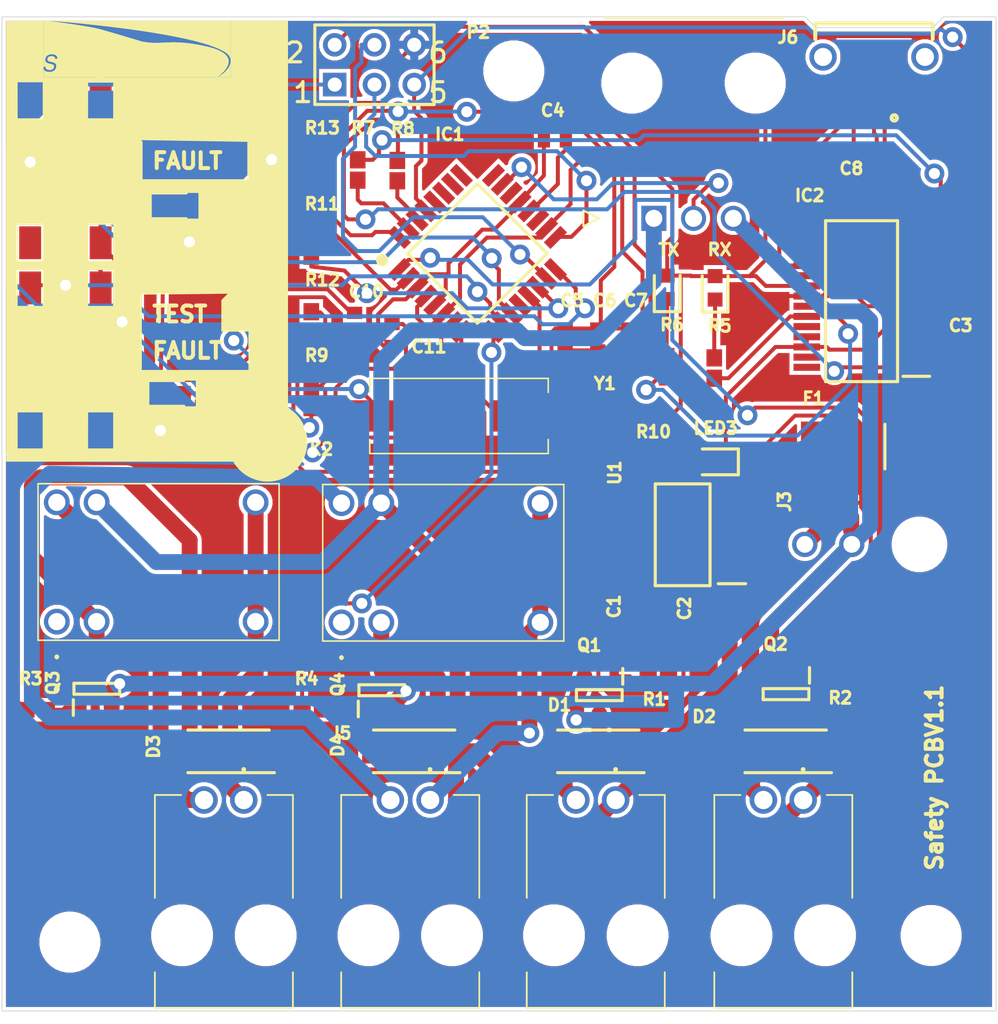
<source format=kicad_pcb>
(kicad_pcb (version 20211014) (generator pcbnew)
  (layers (0 "F.Cu" signal "Top Layer") (31 "B.Cu" signal "Bottom Layer") (34 "B.Paste" user "Bottom Paste") (35 "F.Paste" user "Top Paste") (36 "B.SilkS" user "Bottom Overlay") (37 "F.SilkS" user "Top Overlay") (38 "B.Mask" user "Bottom Solder") (39 "F.Mask" user "Top Solder") (44 "Edge.Cuts" user))
  (net 0 "")
  (net 1 "PWR_GND")
  (net 2 "NetC11_1")
  (net 3 "NetC10_2")
  (net 4 "USBDP")
  (net 5 "USBDM")
  (net 6 "TX")
  (net 7 "RX")
  (net 8 "RESET")
  (net 9 "NetR13_1")
  (net 10 "NetR9_1")
  (net 11 "NetQ4_1")
  (net 12 "NetQ3_1")
  (net 13 "NetQ2_1")
  (net 14 "NetQ1_1")
  (net 15 "NetLED5_2")
  (net 16 "NetLED4_2")
  (net 17 "NetLED3_2")
  (net 18 "NetLED2_1")
  (net 19 "NetLED1_1")
  (net 20 "NetJ5_2")
  (net 21 "NetJ5_1")
  (net 22 "NetJ4_2")
  (net 23 "NetJ4_1")
  (net 24 "NetIC2_23")
  (net 25 "NetIC2_22")
  (net 26 "NetF1_2")
  (net 27 "NetD4_2")
  (net 28 "NetD3_2")
  (net 29 "NetD2_2")
  (net 30 "NetD1_2")
  (net 31 "NetC4_2")
  (net 32 "NetC3_1")
  (net 33 "GND")
  (net 34 "D13/SCK")
  (net 35 "D12/MISO")
  (net 36 "D11/MOSI")
  (net 37 "D10")
  (net 38 "D9")
  (net 39 "D8")
  (net 40 "D7")
  (net 41 "D6")
  (net 42 "D5")
  (net 43 "D4")
  (net 44 "D3")
  (net 45 "D2")
  (net 46 "D1/TX")
  (net 47 "D0/RX")
  (net 48 "A7")
  (net 49 "A6")
  (net 50 "A5")
  (net 51 "A4")
  (net 52 "A3")
  (net 53 "A2")
  (net 54 "A1")
  (net 55 "A0")
  (net 56 "+12")
  (net 57 "+5")
  (net 58 "+3.3")
  (footprint "SamacSys.PcbLib:14220372" (layer "F.Cu") (at 120.254758 111.883347)
    (fp_text reference "K1")
    (fp_text value "1422037-2" hide)
  )
  (footprint "SamacSys.PcbLib:FUSC9830X318N" (layer "F.Cu") (at 173.15304 100.70356 180)
    (fp_text reference "F1")
    (fp_text value "0678H9100-02" hide)
  )
  (footprint "SamacSys.PcbLib:LEDC1608X65N" (layer "F.Cu") (at 127.76788 85.327139)
    (fp_text reference "LED4")
    (fp_text value "LTST-C191TBKT-5A" hide)
  )
  (footprint "SamacSys.PcbLib:43045-0200" (layer "F.Cu") (at 175.356695 106.949174 90)
    (fp_text reference "J3")
    (fp_text value "0430450200" hide)
  )
  (footprint "SamacSys.PcbLib:SOT230P700X180-4N" (layer "F.Cu") (at 160.233197 106.335957 180)
    (fp_text reference "U1")
    (fp_text value "LM1117IMPX-5.0_NOPB" hide)
  )
  (footprint "SamacSys.PcbLib:SOP65P778X200-28N" (layer "F.Cu") (at 171.661983 91.414305 180)
    (fp_text reference "IC2")
    (fp_text value "FT232RL" hide)
  )
  (footprint "" (layer "F.Cu") (at 149.448012 76.708904)
    (fp_text reference "")
    (fp_text value "")
  )
  (footprint "SamacSys.PcbLib:RESC1608X55N" (layer "F.Cu") (at 136.509359 87.893952 -90)
    (fp_text reference "R11")
    (fp_text value "RC0603DR-07270KL" hide)
  )
  (footprint "SamacSys.PcbLib:RESC1608X55N" (layer "F.Cu") (at 136.572909 117.513384)
    (fp_text reference "R4")
    (fp_text value "RC0603DR-07270KL" hide)
  )
  (footprint "SamacSys.PcbLib:SOT95P237X111-3N" (layer "F.Cu") (at 154.908093 116.576617 -90)
    (fp_text reference "Q1")
    (fp_text value "BCW66GLT1G" hide)
  )
  (footprint "SamacSys.PcbLib:RESC1608X55N" (layer "F.Cu") (at 136.509359 83.028831 90)
    (fp_text reference "R13")
    (fp_text value "RC0603DR-07270KL" hide)
  )
  (footprint "SamacSys.PcbLib:1719750002" (layer "F.Cu") (at 154.683602 123.276744)
    (fp_text reference "J1" hide)
    (fp_text value "171975-0002" hide)
  )
  (footprint "SamacSys.PcbLib:LEDC1608X65N" (layer "F.Cu") (at 159.248008 90.531759 90)
    (fp_text reference "TX")
    (fp_text value "LTST-C191TBKT-5A" hide)
  )
  (footprint "SamacSys.PcbLib:DIOM5227X270N" (layer "F.Cu") (at 154.842718 120.168612 180)
    (fp_text reference "D1")
    (fp_text value "S1A" hide)
  )
  (footprint "SamacSys.PcbLib:CAPC1608X95N" (layer "F.Cu") (at 162.536363 111.246503)
    (fp_text reference "C2")
    (fp_text value "C0603C104K3RACTU" hide)
  )
  (footprint "SamacSys.PcbLib:RESC1608X55N" (layer "F.Cu") (at 159.213301 95.603903 90)
    (fp_text reference "R6")
    (fp_text value "RC0603DR-07270KL" hide)
  )
  (footprint "SamacSys.PcbLib:QFP80P900X900X120-32N" (layer "F.Cu") (at 147.12217 88.367398 45)
    (fp_text reference "IC1")
    (fp_text value "ATMEGA328P-AU" hide)
  )
  (footprint "SamacSys.PcbLib:CAPC1608X95N" (layer "F.Cu") (at 152.07109 81.11076)
    (fp_text reference "C4")
    (fp_text value "C0603C104K3RACTU" hide)
  )
  (footprint "SamacSys.PcbLib:RESC1608X55N" (layer "F.Cu") (at 158.680658 115.514943 180)
    (fp_text reference "R1")
    (fp_text value "RC0603DR-07270KL" hide)
  )
  (footprint "SamacSys.PcbLib:SOT95P237X111-3N" (layer "F.Cu") (at 166.836278 116.514164 -90)
    (fp_text reference "Q2")
    (fp_text value "BCW66GLT1G" hide)
  )
  (footprint "SamacSys.PcbLib:RESC1608X55N" (layer "F.Cu") (at 158.363549 101.739738 180)
    (fp_text reference "R10")
    (fp_text value "RC0603DR-07270KL" hide)
  )
  (footprint "SamacSys.PcbLib:DIOM5227X270N" (layer "F.Cu") (at 166.813479 120.168612 180)
    (fp_text reference "D2")
    (fp_text value "S1A" hide)
  )
  (footprint "SamacSys.PcbLib:CAPC1608X95N" (layer "F.Cu") (at 156.777649 93.859665 90)
    (fp_text reference "C7")
    (fp_text value "C0603C104K3RACTU" hide)
  )
  (footprint "SamacSys.PcbLib:14220372" (layer "F.Cu") (at 138.440091 111.933101)
    (fp_text reference "K2")
    (fp_text value "1422037-2" hide)
  )
  (footprint "SamacSys.PcbLib:RESC1608X55N" (layer "F.Cu") (at 139.474463 83.036359 90)
    (fp_text reference "R7")
    (fp_text value "RC0603DR-07270KL" hide)
  )
  (footprint "SamacSys.PcbLib:SOT95P237X111-3N" (layer "F.Cu") (at 141.012687 116.26436 90)
    (fp_text reference "Q4")
    (fp_text value "BCW66GLT1G" hide)
  )
  (footprint "SamacSys.PcbLib:1719750002" (layer "F.Cu") (at 142.83137 123.276744)
    (fp_text reference "J5")
    (fp_text value "171975-0002" hide)
  )
  (footprint "Safety.PcbLib:CAPC1608X95N" (layer "F.Cu") (at 139.275927 92.85983 90)
    (fp_text reference "C10")
    (fp_text value "C0603C104K3RACTU" hide)
  )
  (footprint "SamacSys.PcbLib:FSM6JSMATR" (layer "F.Cu") (at 120.801328 94.345491)
    (fp_text reference "S2" hide)
    (fp_text value "5-1437565-0" hide)
  )
  (footprint "SamacSys.PcbLib:LEDC1608X65N" (layer "F.Cu") (at 127.616156 97.306704)
    (fp_text reference "LED5")
    (fp_text value "LTST-C191TBKT-5A" hide)
  )
  (footprint "SamacSys.PcbLib:CAPC1608X95N" (layer "F.Cu") (at 152.726944 93.859665 90)
    (fp_text reference "C5")
    (fp_text value "C0603C104K3RACTU" hide)
  )
  (footprint "SamacSys.PcbLib:RESC1608X55N" (layer "F.Cu") (at 136.509359 92.738458 90)
    (fp_text reference "R12")
    (fp_text value "RC0603DR-07270KL" hide)
  )
  (footprint "SamacSys.PcbLib:RESC1608X55N" (layer "F.Cu") (at 170.583357 115.327593 180)
    (fp_text reference "R2")
    (fp_text value "RC0603DR-07270KL" hide)
  )
  (footprint "Safety.PcbLib:171975YY03" (layer "F.Cu") (at 158.391062 86.126046 180)
    (fp_text reference "J7" hide)
    (fp_text value "1719750003" hide)
  )
  (footprint "SamacSys.PcbLib:DIOM5227X270N" (layer "F.Cu") (at 131.224736 120.168612 180)
    (fp_text reference "D3")
    (fp_text value "S1A" hide)
  )
  (footprint "SamacSys.PcbLib:1719750002" (layer "F.Cu") (at 130.927109 123.276744)
    (fp_text reference "J4" hide)
    (fp_text value "171975-0002" hide)
  )
  (footprint "SamacSys.PcbLib:CAPC1608X95N" (layer "F.Cu") (at 178.146852 94.849742)
    (fp_text reference "C3")
    (fp_text value "C0603C104K3RACTU" hide)
  )
  (footprint "SamacSys.PcbLib:RESC1608X55N" (layer "F.Cu") (at 118.936165 117.513384)
    (fp_text reference "R3")
    (fp_text value "RC0603DR-07270KL" hide)
  )
  (footprint "SamacSys.PcbLib:RESC1608X55N" (layer "F.Cu") (at 162.251573 95.687876 90)
    (fp_text reference "R5")
    (fp_text value "RC0603DR-07270KL" hide)
  )
  (footprint "" (layer "F.Cu") (at 176.10897 131.930648)
    (fp_text reference "")
    (fp_text value "")
  )
  (footprint "Miscellaneous Connectors.IntLib:HDR2X3" (layer "F.Cu") (at 138.005376 77.581102)
    (fp_text reference "P2")
    (fp_text value "Header 3X2" hide)
  )
  (footprint "SamacSys.PcbLib:LEDC1608X65N" (layer "F.Cu") (at 162.241995 101.680066 180)
    (fp_text reference "LED3")
    (fp_text value "LTST-C191TBKT-5A" hide)
  )
  (footprint "SamacSys.PcbLib:RESC1608X55N" (layer "F.Cu") (at 136.509359 97.56235 90)
    (fp_text reference "R9")
    (fp_text value "RC0603DR-07270KL" hide)
  )
  (footprint "Safety.PcbLib:NetTie" (layer "F.Cu") (at 170.999709 105.187598 90)
    (fp_text reference "NT1" hide)
    (fp_text value "NetTie10" hide)
  )
  (footprint "SamacSys.PcbLib:2013499-1" (layer "F.Cu") (at 172.457019 73.667163 180)
    (fp_text reference "J6")
    (fp_text value "2013499-1" hide)
  )
  (footprint "Safety.PcbLib:ECS49205PXTR" (layer "F.Cu") (at 145.945779 98.745721)
    (fp_text reference "Y1")
    (fp_text value "ECS-160-18-5PX-CKM-TR" hide)
  )
  (footprint "SamacSys.PcbLib:SOT95P237X111-3N" (layer "F.Cu") (at 122.808144 116.17068 90)
    (fp_text reference "Q3")
    (fp_text value "BCW66GLT1G" hide)
  )
  (footprint "SamacSys.PcbLib:CAPC1608X95N" (layer "F.Cu") (at 171.149823 84.804956 180)
    (fp_text reference "C8")
    (fp_text value "C0603C104K3RACTU" hide)
  )
  (footprint "SamacSys.PcbLib:LEDC1608X65N" (layer "F.Cu") (at 162.304908 90.562763 90)
    (fp_text reference "RX")
    (fp_text value "LTST-C191TBKT-5A" hide)
  )
  (footprint "SamacSys.PcbLib:FSM6JSMATR" (layer "F.Cu") (at 120.801328 82.361405)
    (fp_text reference "S1" hide)
    (fp_text value "5-1437565-0" hide)
  )
  (footprint "SamacSys.PcbLib:DIOM5227X270N" (layer "F.Cu") (at 143.080758 120.168612 180)
    (fp_text reference "D4")
    (fp_text value "S1A" hide)
  )
  (footprint "Safety.PcbLib:CAPC1608X95N" (layer "F.Cu") (at 141.663943 93.574006 -90)
    (fp_text reference "C11")
    (fp_text value "C0603C104K3RACTU" hide)
  )
  (footprint "SamacSys.PcbLib:CAPC1608X95N" (layer "F.Cu") (at 154.813676 93.859665 90)
    (fp_text reference "C6")
    (fp_text value "C0603C104K3RACTU" hide)
  )
  (footprint "SamacSys.PcbLib:RESC1608X55N" (layer "F.Cu") (at 142.006711 83.076755 90)
    (fp_text reference "R8")
    (fp_text value "RC0603DR-07270KL" hide)
  )
  (footprint "SamacSys.PcbLib:CAPC1608X95N" (layer "F.Cu") (at 157.989128 111.227154 180)
    (fp_text reference "C1")
    (fp_text value "C0603C104K3RACTU" hide)
  )
  (footprint "" (layer "F.Cu") (at 121.087947 132.351475)
    (fp_text reference "")
    (fp_text value "")
  )
  (footprint "SamacSys.PcbLib:1719750002" (layer "F.Cu") (at 166.661196 123.276744)
    (fp_text reference "J2" hide)
    (fp_text value "171975-0002" hide)
  )
  (gr_circle (center 133.723967 100.400322) (end 133.723967 100.400322) (layer "F.SilkS") (width 2.54) (fill none))
  (gr_poly (pts (xy 123.784985 75.798246) (xy 123.830522 75.798246) (xy 123.830522 75.80963) (xy 123.853291 75.80963) (xy 123.853291 75.821014) (xy 123.876059 75.821014) (xy 123.876059 75.832398) (xy 123.887443 75.832398) (xy 123.887443 75.843783) (xy 123.898828 75.843783) (xy 123.898828 75.855167) (xy 123.910212 75.855167) (xy 123.910212 75.866551) (xy 123.921599 75.866551) (xy 123.921599 75.877936) (xy 123.921599 75.88932) (xy 123.932983 75.88932) (xy 123.932983 75.900704) (xy 123.932983 75.912088) (xy 123.932983 75.923473) (xy 123.944367 75.923473) (xy 123.944367 75.93486) (xy 123.944367 75.946244) (xy 123.944367 75.957628) (xy 123.944367 75.969012) (xy 123.944367 75.980397) (xy 123.944367 75.991781) (xy 123.932983 75.991781) (xy 123.932983 76.003165) (xy 123.932983 76.01455) (xy 123.932983 76.025934) (xy 123.932983 76.037318) (xy 123.932983 76.048702) (xy 123.921599 76.048702) (xy 123.921599 76.060087) (xy 123.921599 76.071473) (xy 123.921599 76.082858) (xy 123.910212 76.082858) (xy 123.910212 76.094242) (xy 123.910212 76.105626) (xy 123.898828 76.105626) (xy 123.898828 76.117011) (xy 123.887443 76.117011) (xy 123.887443 76.128395) (xy 123.876059 76.128395) (xy 123.876059 76.139779) (xy 123.864675 76.139779) (xy 123.864675 76.151163) (xy 123.853291 76.151163) (xy 123.853291 76.162548) (xy 123.841906 76.162548) (xy 123.841906 76.173932) (xy 123.819138 76.173932) (xy 123.819138 76.185316) (xy 123.796369 76.185316) (xy 123.796369 76.196701) (xy 123.762214 76.196701) (xy 123.762214 76.208087) (xy 123.705292 76.208087) (xy 123.705292 76.219472) (xy 123.432065 76.219472) (xy 123.432065 76.208087) (xy 123.432065 76.196701) (xy 123.432065 76.185316) (xy 123.432065 76.173932) (xy 123.432065 76.162548) (xy 123.432065 76.151163) (xy 123.443449 76.151163) (xy 123.443449 76.139779) (xy 123.443449 76.128395) (xy 123.443449 76.117011) (xy 123.443449 76.105626) (xy 123.443449 76.094242) (xy 123.454833 76.094242) (xy 123.454833 76.082858) (xy 123.454833 76.071473) (xy 123.454833 76.060087) (xy 123.454833 76.048702) (xy 123.454833 76.037318) (xy 123.454833 76.025934) (xy 123.466217 76.025934) (xy 123.466217 76.01455) (xy 123.466217 76.003165) (xy 123.466217 75.991781) (xy 123.466217 75.980397) (xy 123.466217 75.969012) (xy 123.466217 75.957628) (xy 123.477602 75.957628) (xy 123.477602 75.946244) (xy 123.477602 75.93486) (xy 123.477602 75.923473) (xy 123.477602 75.912088) (xy 123.477602 75.900704) (xy 123.488986 75.900704) (xy 123.488986 75.88932) (xy 123.488986 75.877936) (xy 123.488986 75.866551) (xy 123.488986 75.855167) (xy 123.488986 75.843783) (xy 123.488986 75.832398) (xy 123.50037 75.832398) (xy 123.50037 75.821014) (xy 123.50037 75.80963) (xy 123.50037 75.798246) (xy 123.50037 75.786859) (xy 123.784985 75.786859)) (layer "F.SilkS") (width 0) (fill solid))
  (gr_poly (pts (xy 128.122474 75.832398) (xy 128.133859 75.832398) (xy 128.133859 75.843783) (xy 128.133859 75.855167) (xy 128.133859 75.866551) (xy 128.133859 75.877936) (xy 128.145243 75.877936) (xy 128.145243 75.88932) (xy 128.145243 75.900704) (xy 128.145243 75.912088) (xy 128.145243 75.923473) (xy 128.145243 75.93486) (xy 128.156627 75.93486) (xy 128.156627 75.946244) (xy 128.156627 75.957628) (xy 128.156627 75.969012) (xy 128.156627 75.980397) (xy 128.168011 75.980397) (xy 128.168011 75.991781) (xy 128.168011 76.003165) (xy 128.168011 76.01455) (xy 128.168011 76.025934) (xy 128.179396 76.025934) (xy 128.179396 76.037318) (xy 128.179396 76.048702) (xy 128.179396 76.060087) (xy 128.179396 76.071473) (xy 128.19078 76.071473) (xy 128.19078 76.082858) (xy 128.19078 76.094242) (xy 128.19078 76.105626) (xy 128.19078 76.117011) (xy 128.202164 76.117011) (xy 128.202164 76.128395) (xy 128.202164 76.139779) (xy 128.202164 76.151163) (xy 128.202164 76.162548) (xy 128.213549 76.162548) (xy 128.213549 76.173932) (xy 128.213549 76.185316) (xy 128.213549 76.196701) (xy 128.213549 76.208087) (xy 128.224933 76.208087) (xy 128.224933 76.219472) (xy 128.224933 76.230856) (xy 128.224933 76.24224) (xy 128.224933 76.253624) (xy 128.23632 76.253624) (xy 128.23632 76.265009) (xy 128.23632 76.276393) (xy 128.23632 76.287777) (xy 128.23632 76.299162) (xy 128.247704 76.299162) (xy 128.247704 76.310546) (xy 128.247704 76.32193) (xy 128.247704 76.333314) (xy 128.247704 76.344701) (xy 127.815094 76.344701) (xy 127.815094 76.333314) (xy 127.815094 76.32193) (xy 127.826478 76.32193) (xy 127.826478 76.310546) (xy 127.826478 76.299162) (xy 127.837862 76.299162) (xy 127.837862 76.287777) (xy 127.849246 76.287777) (xy 127.849246 76.276393) (xy 127.849246 76.265009) (xy 127.860631 76.265009) (xy 127.860631 76.253624) (xy 127.860631 76.24224) (xy 127.872015 76.24224) (xy 127.872015 76.230856) (xy 127.883399 76.230856) (xy 127.883399 76.219472) (xy 127.883399 76.208087) (xy 127.894784 76.208087) (xy 127.894784 76.196701) (xy 127.894784 76.185316) (xy 127.906168 76.185316) (xy 127.906168 76.173932) (xy 127.917552 76.173932) (xy 127.917552 76.162548) (xy 127.917552 76.151163) (xy 127.928936 76.151163) (xy 127.928936 76.139779) (xy 127.928936 76.128395) (xy 127.940321 76.128395) (xy 127.940321 76.117011) (xy 127.951708 76.117011) (xy 127.951708 76.105626) (xy 127.951708 76.094242) (xy 127.963092 76.094242) (xy 127.963092 76.082858) (xy 127.963092 76.071473) (xy 127.974476 76.071473) (xy 127.974476 76.060087) (xy 127.98586 76.060087) (xy 127.98586 76.048702) (xy 127.98586 76.037318) (xy 127.997245 76.037318) (xy 127.997245 76.025934) (xy 127.997245 76.01455) (xy 128.008629 76.01455) (xy 128.008629 76.003165) (xy 128.008629 75.991781) (xy 128.020013 75.991781) (xy 128.020013 75.980397) (xy 128.031397 75.980397) (xy 128.031397 75.969012) (xy 128.031397 75.957628) (xy 128.042782 75.957628) (xy 128.042782 75.946244) (xy 128.042782 75.93486) (xy 128.054166 75.93486) (xy 128.054166 75.923473) (xy 128.06555 75.923473) (xy 128.06555 75.912088) (xy 128.06555 75.900704) (xy 128.076935 75.900704) (xy 128.076935 75.88932) (xy 128.076935 75.877936) (xy 128.088319 75.877936) (xy 128.088319 75.866551) (xy 128.099706 75.866551) (xy 128.099706 75.855167) (xy 128.099706 75.843783) (xy 128.11109 75.843783) (xy 128.11109 75.832398) (xy 128.11109 75.821014) (xy 128.122474 75.821014)) (layer "F.SilkS") (width 0) (fill solid))
  (gr_poly (pts (xy 121.974851 75.798246) (xy 122.020388 75.798246) (xy 122.020388 75.80963) (xy 122.043157 75.80963) (xy 122.043157 75.821014) (xy 122.065926 75.821014) (xy 122.065926 75.832398) (xy 122.088694 75.832398) (xy 122.088694 75.843783) (xy 122.100078 75.843783) (xy 122.100078 75.855167) (xy 122.100078 75.866551) (xy 122.111463 75.866551) (xy 122.111463 75.877936) (xy 122.122849 75.877936) (xy 122.122849 75.88932) (xy 122.122849 75.900704) (xy 122.122849 75.912088) (xy 122.134234 75.912088) (xy 122.134234 75.923473) (xy 122.134234 75.93486) (xy 122.134234 75.946244) (xy 122.134234 75.957628) (xy 122.134234 75.969012) (xy 122.134234 75.980397) (xy 122.134234 75.991781) (xy 122.134234 76.003165) (xy 122.122849 76.003165) (xy 122.122849 76.01455) (xy 122.122849 76.025934) (xy 122.122849 76.037318) (xy 122.122849 76.048702) (xy 122.111463 76.048702) (xy 122.111463 76.060087) (xy 122.111463 76.071473) (xy 122.111463 76.082858) (xy 122.100078 76.082858) (xy 122.100078 76.094242) (xy 122.088694 76.094242) (xy 122.088694 76.105626) (xy 122.088694 76.117011) (xy 122.07731 76.117011) (xy 122.07731 76.128395) (xy 122.065926 76.128395) (xy 122.065926 76.139779) (xy 122.054541 76.139779) (xy 122.054541 76.151163) (xy 122.043157 76.151163) (xy 122.043157 76.162548) (xy 122.031773 76.162548) (xy 122.031773 76.173932) (xy 122.009004 76.173932) (xy 122.009004 76.185316) (xy 121.99762 76.185316) (xy 121.99762 76.196701) (xy 121.963464 76.196701) (xy 121.963464 76.208087) (xy 121.929312 76.208087) (xy 121.929312 76.219472) (xy 121.621931 76.219472) (xy 121.621931 76.208087) (xy 121.621931 76.196701) (xy 121.621931 76.185316) (xy 121.621931 76.173932) (xy 121.621931 76.162548) (xy 121.633315 76.162548) (xy 121.633315 76.151163) (xy 121.633315 76.139779) (xy 121.633315 76.128395) (xy 121.633315 76.117011) (xy 121.633315 76.105626) (xy 121.6447 76.105626) (xy 121.6447 76.094242) (xy 121.6447 76.082858) (xy 121.6447 76.071473) (xy 121.6447 76.060087) (xy 121.6447 76.048702) (xy 121.6447 76.037318) (xy 121.656084 76.037318) (xy 121.656084 76.025934) (xy 121.656084 76.01455) (xy 121.656084 76.003165) (xy 121.656084 75.991781) (xy 121.656084 75.980397) (xy 121.656084 75.969012) (xy 121.667468 75.969012) (xy 121.667468 75.957628) (xy 121.667468 75.946244) (xy 121.667468 75.93486) (xy 121.667468 75.923473) (xy 121.667468 75.912088) (xy 121.678852 75.912088) (xy 121.678852 75.900704) (xy 121.678852 75.88932) (xy 121.678852 75.877936) (xy 121.678852 75.866551) (xy 121.678852 75.855167) (xy 121.678852 75.843783) (xy 121.690237 75.843783) (xy 121.690237 75.832398) (xy 121.690237 75.821014) (xy 121.690237 75.80963) (xy 121.690237 75.798246) (xy 121.690237 75.786859) (xy 121.974851 75.786859)) (layer "F.SilkS") (width 0) (fill solid))
  (gr_poly (pts (xy 121.348703 74.432107) (xy 121.371472 74.432107) (xy 121.371472 74.443491) (xy 121.39424 74.443491) (xy 121.39424 74.454875) (xy 121.39424 74.466259) (xy 121.405625 74.466259) (xy 121.405625 74.477644) (xy 121.405625 74.489028) (xy 121.417009 74.489028) (xy 121.417009 74.500412) (xy 121.417009 74.511797) (xy 121.417009 74.523181) (xy 121.417009 74.534565) (xy 121.417009 74.545952) (xy 121.417009 74.557336) (xy 121.405625 74.557336) (xy 121.405625 74.568721) (xy 121.405625 74.580105) (xy 121.39424 74.580105) (xy 121.39424 74.591489) (xy 121.39424 74.602873) (xy 121.382856 74.602873) (xy 121.382856 74.614258) (xy 121.371472 74.614258) (xy 121.371472 74.625642) (xy 121.360087 74.625642) (xy 121.360087 74.637026) (xy 121.348703 74.637026) (xy 121.348703 74.648411) (xy 121.325935 74.648411) (xy 121.325935 74.659795) (xy 121.280398 74.659795) (xy 121.280398 74.671179) (xy 121.064091 74.671179) (xy 121.064091 74.659795) (xy 121.064091 74.648411) (xy 121.064091 74.637026) (xy 121.064091 74.625642) (xy 121.075475 74.625642) (xy 121.075475 74.614258) (xy 121.075475 74.602873) (xy 121.075475 74.591489) (xy 121.075475 74.580105) (xy 121.075475 74.568721) (xy 121.075475 74.557336) (xy 121.08686 74.557336) (xy 121.08686 74.545952) (xy 121.08686 74.534565) (xy 121.08686 74.523181) (xy 121.08686 74.511797) (xy 121.08686 74.500412) (xy 121.08686 74.489028) (xy 121.098244 74.489028) (xy 121.098244 74.477644) (xy 121.098244 74.466259) (xy 121.098244 74.454875) (xy 121.098244 74.443491) (xy 121.098244 74.432107) (xy 121.109628 74.432107) (xy 121.109628 74.420722) (xy 121.348703 74.420722)) (layer "F.SilkS") (width 0) (fill solid))
  (gr_poly (pts (xy 131.355668 73.521346) (xy 131.355668 73.532731) (xy 131.355668 73.544115) (xy 131.355668 73.555499) (xy 131.355668 73.566886) (xy 131.355668 73.57827) (xy 131.355668 73.589655) (xy 131.355668 73.601039) (xy 131.355668 73.612423) (xy 131.355668 73.623808) (xy 131.355668 73.635192) (xy 131.355668 73.646576) (xy 131.355668 73.65796) (xy 131.355668 73.669345) (xy 131.355668 73.680729) (xy 131.355668 73.692113) (xy 131.355668 73.7035) (xy 131.355668 73.714884) (xy 131.355668 73.726269) (xy 131.355668 73.737653) (xy 131.355668 73.749037) (xy 131.355668 73.760421) (xy 131.355668 73.771806) (xy 131.355668 73.78319) (xy 131.355668 73.794574) (xy 131.355668 73.805959) (xy 131.355668 73.817343) (xy 131.355668 73.828727) (xy 131.355668 73.840111) (xy 131.355668 73.851498) (xy 131.355668 73.862882) (xy 131.355668 73.874267) (xy 131.355668 73.885651) (xy 131.355668 73.897035) (xy 131.355668 73.90842) (xy 131.355668 73.919804) (xy 131.355668 73.931188) (xy 131.355668 73.942572) (xy 131.355668 73.953957) (xy 131.355668 73.965341) (xy 131.355668 73.976725) (xy 131.355668 73.988112) (xy 131.355668 73.999496) (xy 131.355668 74.010881) (xy 131.355668 74.022265) (xy 131.355668 74.033649) (xy 131.355668 74.045034) (xy 131.355668 74.056418) (xy 131.355668 74.067802) (xy 131.355668 74.079186) (xy 131.355668 74.090571) (xy 131.355668 74.101955) (xy 131.355668 74.113339) (xy 131.355668 74.124726) (xy 131.355668 74.13611) (xy 131.355668 74.147495) (xy 131.355668 74.158879) (xy 131.355668 74.170263) (xy 131.355668 74.181647) (xy 131.355668 74.193032) (xy 131.355668 74.204416) (xy 131.355668 74.2158) (xy 131.355668 74.227185) (xy 131.355668 74.238569) (xy 131.355668 74.249953) (xy 131.355668 74.26134) (xy 131.355668 74.272724) (xy 131.355668 74.284108) (xy 131.355668 74.295493) (xy 131.355668 74.306877) (xy 131.355668 74.318261) (xy 131.355668 74.329646) (xy 131.355668 74.34103) (xy 131.355668 74.352414) (xy 131.355668 74.363798) (xy 131.355668 74.375183) (xy 131.355668 74.386567) (xy 131.355668 74.397954) (xy 131.355668 74.409338) (xy 131.355668 74.420722) (xy 131.355668 74.432107) (xy 131.355668 74.443491) (xy 131.355668 74.454875) (xy 131.355668 74.466259) (xy 131.355668 74.477644) (xy 131.355668 74.489028) (xy 131.355668 74.500412) (xy 131.355668 74.511797) (xy 131.355668 74.523181) (xy 131.355668 74.534565) (xy 131.355668 74.545952) (xy 131.355668 74.557336) (xy 131.355668 74.568721) (xy 131.355668 74.580105) (xy 131.355668 74.591489) (xy 131.355668 74.602873) (xy 131.355668 74.614258) (xy 131.355668 74.625642) (xy 131.355668 74.637026) (xy 131.355668 74.648411) (xy 131.355668 74.659795) (xy 131.355668 74.671179) (xy 131.355668 74.682566) (xy 131.355668 74.69395) (xy 131.355668 74.705334) (xy 131.355668 74.716719) (xy 131.355668 74.728103) (xy 131.355668 74.739487) (xy 131.355668 74.750872) (xy 131.355668 74.762256) (xy 131.355668 74.77364) (xy 131.355668 74.785024) (xy 131.355668 74.796409) (xy 131.355668 74.807793) (xy 131.355668 74.81918) (xy 131.355668 74.830564) (xy 131.355668 74.841948) (xy 131.355668 74.853333) (xy 131.355668 74.864717) (xy 131.355668 74.876101) (xy 131.355668 74.887485) (xy 131.355668 74.89887) (xy 131.355668 74.910254) (xy 131.355668 74.921638) (xy 131.355668 74.933023) (xy 131.355668 74.944407) (xy 131.355668 74.955794) (xy 131.355668 74.967178) (xy 131.355668 74.978562) (xy 131.355668 74.989947) (xy 131.355668 75.001331) (xy 131.355668 75.012715) (xy 131.355668 75.024099) (xy 131.355668 75.035484) (xy 131.355668 75.046868) (xy 131.355668 75.058252) (xy 131.355668 75.069636) (xy 131.355668 75.081021) (xy 131.355668 75.092408) (xy 131.355668 75.103792) (xy 131.355668 75.115176) (xy 131.355668 75.12656) (xy 131.355668 75.137945) (xy 131.355668 75.149329) (xy 131.355668 75.160713) (xy 131.355668 75.172098) (xy 131.355668 75.183482) (xy 131.355668 75.194866) (xy 131.355668 75.20625) (xy 131.355668 75.217635) (xy 131.355668 75.229019) (xy 131.355668 75.240406) (xy 131.355668 75.25179) (xy 131.355668 75.263174) (xy 131.355668 75.274559) (xy 131.355668 75.285943) (xy 131.355668 75.297327) (xy 131.355668 75.308711) (xy 131.355668 75.320096) (xy 131.355668 75.33148) (xy 131.355668 75.342864) (xy 131.355668 75.354249) (xy 131.355668 75.365633) (xy 131.355668 75.37702) (xy 131.355668 75.388404) (xy 131.355668 75.399788) (xy 131.355668 75.411173) (xy 131.355668 75.422557) (xy 131.355668 75.433941) (xy 131.355668 75.445325) (xy 131.355668 75.45671) (xy 131.355668 75.468094) (xy 131.355668 75.479478) (xy 131.355668 75.490862) (xy 131.355668 75.502247) (xy 131.355668 75.513634) (xy 131.355668 75.525018) (xy 131.355668 75.536402) (xy 131.355668 75.547786) (xy 131.355668 75.559171) (xy 131.355668 75.570555) (xy 131.355668 75.581939) (xy 131.355668 75.593324) (xy 131.355668 75.604708) (xy 131.355668 75.616092) (xy 131.355668 75.627476) (xy 131.355668 75.638861) (xy 131.355668 75.650247) (xy 131.355668 75.661632) (xy 131.355668 75.673016) (xy 131.355668 75.6844) (xy 131.355668 75.695785) (xy 131.355668 75.707169) (xy 131.355668 75.718553) (xy 131.355668 75.729937) (xy 131.355668 75.741322) (xy 131.355668 75.752706) (xy 131.355668 75.76409) (xy 131.355668 75.775475) (xy 131.355668 75.786859) (xy 131.355668 75.798246) (xy 131.355668 75.80963) (xy 131.355668 75.821014) (xy 131.355668 75.832398) (xy 131.355668 75.843783) (xy 131.355668 75.855167) (xy 131.355668 75.866551) (xy 131.355668 75.877936) (xy 131.355668 75.88932) (xy 131.355668 75.900704) (xy 131.355668 75.912088) (xy 131.355668 75.923473) (xy 131.355668 75.93486) (xy 131.355668 75.946244) (xy 131.355668 75.957628) (xy 131.355668 75.969012) (xy 131.355668 75.980397) (xy 131.344284 75.980397) (xy 131.344284 75.969012) (xy 131.344284 75.957628) (xy 131.344284 75.946244) (xy 131.344284 75.93486) (xy 131.344284 75.923473) (xy 131.3329 75.923473) (xy 131.3329 75.912088) (xy 131.3329 75.900704) (xy 131.3329 75.88932) (xy 131.321515 75.88932) (xy 131.321515 75.877936) (xy 131.321515 75.866551) (xy 131.321515 75.855167) (xy 131.310131 75.855167) (xy 131.310131 75.843783) (xy 131.310131 75.832398) (xy 131.298747 75.832398) (xy 131.298747 75.821014) (xy 131.298747 75.80963) (xy 131.287363 75.80963) (xy 131.287363 75.798246) (xy 131.287363 75.786859) (xy 131.275976 75.786859) (xy 131.275976 75.775475) (xy 131.264591 75.775475) (xy 131.264591 75.76409) (xy 131.264591 75.752706) (xy 131.253207 75.752706) (xy 131.253207 75.741322) (xy 131.241823 75.741322) (xy 131.241823 75.729937) (xy 131.241823 75.718553) (xy 131.230439 75.718553) (xy 131.230439 75.707169) (xy 131.219054 75.707169) (xy 131.219054 75.695785) (xy 131.20767 75.695785) (xy 131.20767 75.6844) (xy 131.196286 75.6844) (xy 131.196286 75.673016) (xy 131.184901 75.673016) (xy 131.184901 75.661632) (xy 131.173517 75.661632) (xy 131.173517 75.650247) (xy 131.162133 75.650247) (xy 131.162133 75.638861) (xy 131.150749 75.638861) (xy 131.150749 75.627476) (xy 131.139362 75.627476) (xy 131.139362 75.616092) (xy 131.127978 75.616092) (xy 131.127978 75.604708) (xy 131.116593 75.604708) (xy 131.116593 75.593324) (xy 131.105209 75.593324) (xy 131.105209 75.581939) (xy 131.08244 75.581939) (xy 131.08244 75.570555) (xy 131.071056 75.570555) (xy 131.071056 75.559171) (xy 131.059672 75.559171) (xy 131.059672 75.547786) (xy 131.036903 75.547786) (xy 131.036903 75.536402) (xy 131.025519 75.536402) (xy 131.025519 75.525018) (xy 131.002748 75.525018) (xy 131.002748 75.513634) (xy 130.991364 75.513634) (xy 130.991364 75.502247) (xy 130.968595 75.502247) (xy 130.968595 75.490862) (xy 130.957211 75.490862) (xy 130.957211 75.479478) (xy 130.934442 75.479478) (xy 130.934442 75.468094) (xy 130.911674 75.468094) (xy 130.911674 75.45671) (xy 130.888905 75.45671) (xy 130.888905 75.445325) (xy 130.877521 75.445325) (xy 130.877521 75.433941) (xy 130.85475 75.433941) (xy 130.85475 75.422557) (xy 130.831981 75.422557) (xy 130.831981 75.411173) (xy 130.809213 75.411173) (xy 130.809213 75.399788) (xy 130.786444 75.399788) (xy 130.786444 75.388404) (xy 130.763675 75.388404) (xy 130.763675 75.37702) (xy 130.740907 75.37702) (xy 130.740907 75.365633) (xy 130.718136 75.365633) (xy 130.718136 75.354249) (xy 130.695367 75.354249) (xy 130.695367 75.342864) (xy 130.672599 75.342864) (xy 130.672599 75.33148) (xy 130.64983 75.33148) (xy 130.64983 75.320096) (xy 130.627062 75.320096) (xy 130.627062 75.308711) (xy 130.604293 75.308711) (xy 130.604293 75.297327) (xy 130.570138 75.297327) (xy 130.570138 75.285943) (xy 130.547369 75.285943) (xy 130.547369 75.274559) (xy 130.524601 75.274559) (xy 130.524601 75.263174) (xy 130.490448 75.263174) (xy 130.490448 75.25179) (xy 130.467679 75.25179) (xy 130.467679 75.240406) (xy 130.444908 75.240406) (xy 130.444908 75.229019) (xy 130.410755 75.229019) (xy 130.410755 75.217635) (xy 130.387987 75.217635) (xy 130.387987 75.20625) (xy 130.353834 75.20625) (xy 130.353834 75.194866) (xy 130.319681 75.194866) (xy 130.319681 75.183482) (xy 130.29691 75.183482) (xy 130.29691 75.172098) (xy 130.262757 75.172098) (xy 130.262757 75.160713) (xy 130.228604 75.160713) (xy 130.228604 75.149329) (xy 130.205836 75.149329) (xy 130.205836 75.137945) (xy 130.17168 75.137945) (xy 130.17168 75.12656) (xy 130.137527 75.12656) (xy 130.137527 75.115176) (xy 130.103375 75.115176) (xy 130.103375 75.103792) (xy 130.069222 75.103792) (xy 130.069222 75.092408) (xy 130.035066 75.092408) (xy 130.035066 75.081021) (xy 130.012298 75.081021) (xy 130.012298 75.069636) (xy 129.978145 75.069636) (xy 129.978145 75.058252) (xy 129.943992 75.058252) (xy 129.943992 75.046868) (xy 129.898455 75.046868) (xy 129.898455 75.035484) (xy 129.8643 75.035484) (xy 129.8643 75.024099) (xy 129.830147 75.024099) (xy 129.830147 75.012715) (xy 129.795994 75.012715) (xy 129.795994 75.001331) (xy 129.761841 75.001331) (xy 129.761841 74.989947) (xy 129.716301 74.989947) (xy 129.716301 74.978562) (xy 129.682149 74.978562) (xy 129.682149 74.967178) (xy 129.647996 74.967178) (xy 129.647996 74.955794) (xy 129.602456 74.955794) (xy 129.602456 74.944407) (xy 129.568303 74.944407) (xy 129.568303 74.933023) (xy 129.53415 74.933023) (xy 129.53415 74.921638) (xy 129.488613 74.921638) (xy 129.488613 74.910254) (xy 129.443074 74.910254) (xy 129.443074 74.89887) (xy 129.408921 74.89887) (xy 129.408921 74.887485) (xy 129.363384 74.887485) (xy 129.363384 74.876101) (xy 129.329228 74.876101) (xy 129.329228 74.864717) (xy 129.283691 74.864717) (xy 129.283691 74.853333) (xy 129.238154 74.853333) (xy 129.238154 74.841948) (xy 129.192614 74.841948) (xy 129.192614 74.830564) (xy 129.147077 74.830564) (xy 129.147077 74.81918) (xy 129.112924 74.81918) (xy 129.112924 74.807793) (xy 129.067387 74.807793) (xy 129.067387 74.796409) (xy 129.021848 74.796409) (xy 129.021848 74.785024) (xy 128.976311 74.785024) (xy 128.976311 74.77364) (xy 128.930773 74.77364) (xy 128.930773 74.762256) (xy 128.873849 74.762256) (xy 128.873849 74.750872) (xy 128.828312 74.750872) (xy 128.828312 74.739487) (xy 128.782773 74.739487) (xy 128.782773 74.728103) (xy 128.737236 74.728103) (xy 128.737236 74.716719) (xy 128.691698 74.716719) (xy 128.691698 74.705334) (xy 128.634774 74.705334) (xy 128.634774 74.69395) (xy 128.589237 74.69395) (xy 128.589237 74.682566) (xy 128.5437 74.682566) (xy 128.5437 74.671179) (xy 128.486776 74.671179) (xy 128.486776 74.659795) (xy 128.441239 74.659795) (xy 128.441239 74.648411) (xy 128.384318 74.648411) (xy 128.384318 74.637026) (xy 128.327394 74.637026) (xy 128.327394 74.625642) (xy 128.281857 74.625642) (xy 128.281857 74.614258) (xy 128.224933 74.614258) (xy 128.224933 74.602873) (xy 128.168011 74.602873) (xy 128.168011 74.591489) (xy 128.122474 74.591489) (xy 128.122474 74.580105) (xy 128.06555 74.580105) (xy 128.06555 74.568721) (xy 128.008629 74.568721) (xy 128.008629 74.557336) (xy 127.951708 74.557336) (xy 127.951708 74.545952) (xy 127.894784 74.545952) (xy 127.894784 74.534565) (xy 127.837862 74.534565) (xy 127.837862 74.523181) (xy 127.780938 74.523181) (xy 127.780938 74.511797) (xy 127.724017 74.511797) (xy 127.724017 74.500412) (xy 127.667093 74.500412) (xy 127.667093 74.489028) (xy 127.598787 74.489028) (xy 127.598787 74.477644) (xy 127.541866 74.477644) (xy 127.541866 74.466259) (xy 127.484942 74.466259) (xy 127.484942 74.454875) (xy 127.42802 74.454875) (xy 127.42802 74.443491) (xy 127.359712 74.443491) (xy 127.359712 74.432107) (xy 127.302791 74.432107) (xy 127.302791 74.420722) (xy 127.234483 74.420722) (xy 127.234483 74.409338) (xy 127.177561 74.409338) (xy 127.177561 74.397954) (xy 127.109253 74.397954) (xy 127.109253 74.386567) (xy 127.040947 74.386567) (xy 127.040947 74.375183) (xy 126.984026 74.375183) (xy 126.984026 74.363798) (xy 126.915718 74.363798) (xy 126.915718 74.352414) (xy 126.847412 74.352414) (xy 126.847412 74.34103) (xy 126.779104 74.34103) (xy 126.779104 74.329646) (xy 126.710798 74.329646) (xy 126.710798 74.318261) (xy 126.64249 74.318261) (xy 126.64249 74.306877) (xy 126.574184 74.306877) (xy 126.574184 74.295493) (xy 126.505876 74.295493) (xy 126.505876 74.284108) (xy 126.43757 74.284108) (xy 126.43757 74.272724) (xy 126.369262 74.272724) (xy 126.369262 74.26134) (xy 126.300956 74.26134) (xy 126.300956 74.249953) (xy 126.221264 74.249953) (xy 126.221264 74.238569) (xy 126.152958 74.238569) (xy 126.152958 74.227185) (xy 126.08465 74.227185) (xy 126.08465 74.2158) (xy 126.00496 74.2158) (xy 126.00496 74.204416) (xy 125.936652 74.204416) (xy 125.936652 74.193032) (xy 125.856959 74.193032) (xy 125.856959 74.181647) (xy 125.777269 74.181647) (xy 125.777269 74.170263) (xy 125.708961 74.170263) (xy 125.708961 74.158879) (xy 125.629271 74.158879) (xy 125.629271 74.147495) (xy 125.549579 74.147495) (xy 125.549579 74.13611) (xy 125.469889 74.13611) (xy 125.469889 74.124726) (xy 125.390196 74.124726) (xy 125.390196 74.113339) (xy 125.310506 74.113339) (xy 125.310506 74.101955) (xy 125.230814 74.101955) (xy 125.230814 74.090571) (xy 125.151121 74.090571) (xy 125.151121 74.079186) (xy 125.071431 74.079186) (xy 125.071431 74.067802) (xy 124.991739 74.067802) (xy 124.991739 74.056418) (xy 124.900665 74.056418) (xy 124.900665 74.045034) (xy 124.820972 74.045034) (xy 124.820972 74.033649) (xy 124.74128 74.033649) (xy 124.74128 74.022265) (xy 124.650205 74.022265) (xy 124.650205 74.010881) (xy 124.559129 74.010881) (xy 124.559129 73.999496) (xy 124.479439 73.999496) (xy 124.479439 73.988112) (xy 124.388362 73.988112) (xy 124.388362 73.976725) (xy 124.297285 73.976725) (xy 124.297285 73.965341) (xy 124.206211 73.965341) (xy 124.206211 73.953957) (xy 124.115134 73.953957) (xy 124.115134 73.942572) (xy 124.024057 73.942572) (xy 124.024057 73.931188) (xy 123.932983 73.931188) (xy 123.932983 73.919804) (xy 123.841906 73.919804) (xy 123.841906 73.90842) (xy 123.750829 73.90842) (xy 123.750829 73.897035) (xy 123.659755 73.897035) (xy 123.659755 73.885651) (xy 123.557294 73.885651) (xy 123.557294 73.874267) (xy 123.466217 73.874267) (xy 123.466217 73.862882) (xy 123.363759 73.862882) (xy 123.363759 73.851498) (xy 123.272682 73.851498) (xy 123.272682 73.840111) (xy 123.170221 73.840111) (xy 123.170221 73.828727) (xy 123.06776 73.828727) (xy 123.06776 73.817343) (xy 122.965301 73.817343) (xy 122.965301 73.805959) (xy 122.86284 73.805959) (xy 122.86284 73.794574) (xy 122.760379 73.794574) (xy 122.760379 73.78319) (xy 122.657918 73.78319) (xy 122.657918 73.771806) (xy 122.55546 73.771806) (xy 122.55546 73.760421) (xy 122.452999 73.760421) (xy 122.452999 73.749037) (xy 122.339153 73.749037) (xy 122.339153 73.737653) (xy 122.236692 73.737653) (xy 122.236692 73.726269) (xy 122.122849 73.726269) (xy 122.122849 73.714884) (xy 122.009004 73.714884) (xy 122.009004 73.7035) (xy 121.906543 73.7035) (xy 121.906543 73.692113) (xy 121.792698 73.692113) (xy 121.792698 73.680729) (xy 121.678852 73.680729) (xy 121.678852 73.669345) (xy 121.553623 73.669345) (xy 121.553623 73.65796) (xy 121.43978 73.65796) (xy 121.43978 73.646576) (xy 121.325935 73.646576) (xy 121.325935 73.635192) (xy 121.200705 73.635192) (xy 121.200705 73.623808) (xy 121.08686 73.623808) (xy 121.08686 73.612423) (xy 120.96163 73.612423) (xy 120.96163 73.601039) (xy 120.8364 73.601039) (xy 120.8364 73.589655) (xy 120.711171 73.589655) (xy 120.711171 73.57827) (xy 120.574557 73.57827) (xy 120.574557 73.566886) (xy 120.44933 73.566886) (xy 120.44933 73.555499) (xy 120.312716 73.555499) (xy 120.312716 73.544115) (xy 120.176102 73.544115) (xy 120.176102 73.532731) (xy 120.039488 73.532731) (xy 120.039488 73.521346) (xy 119.902874 73.521346) (xy 119.902874 73.532731) (xy 119.982564 73.532731) (xy 119.982564 73.544115) (xy 120.073641 73.544115) (xy 120.073641 73.555499) (xy 120.153331 73.555499) (xy 120.153331 73.566886) (xy 120.233023 73.566886) (xy 120.233023 73.57827) (xy 120.312716 73.57827) (xy 120.312716 73.589655) (xy 120.40379 73.589655) (xy 120.40379 73.601039) (xy 120.483483 73.601039) (xy 120.483483 73.612423) (xy 120.563173 73.612423) (xy 120.563173 73.623808) (xy 120.642865 73.623808) (xy 120.642865 73.635192) (xy 120.722558 73.635192) (xy 120.722558 73.646576) (xy 120.802248 73.646576) (xy 120.802248 73.65796) (xy 120.88194 73.65796) (xy 120.88194 73.669345) (xy 120.950246 73.669345) (xy 120.950246 73.680729) (xy 121.029938 73.680729) (xy 121.029938 73.692113) (xy 121.109628 73.692113) (xy 121.109628 73.7035) (xy 121.189321 73.7035) (xy 121.189321 73.714884) (xy 121.257626 73.714884) (xy 121.257626 73.726269) (xy 121.337319 73.726269) (xy 121.337319 73.737653) (xy 121.405625 73.737653) (xy 121.405625 73.749037) (xy 121.485317 73.749037) (xy 121.485317 73.760421) (xy 121.553623 73.760421) (xy 121.553623 73.771806) (xy 121.633315 73.771806) (xy 121.633315 73.78319) (xy 121.701624 73.78319) (xy 121.701624 73.794574) (xy 121.769929 73.794574) (xy 121.769929 73.805959) (xy 121.838237 73.805959) (xy 121.838237 73.817343) (xy 121.906543 73.817343) (xy 121.906543 73.828727) (xy 121.974851 73.828727) (xy 121.974851 73.840111) (xy 122.043157 73.840111) (xy 122.043157 73.851498) (xy 122.111463 73.851498) (xy 122.111463 73.862882) (xy 122.179771 73.862882) (xy 122.179771 73.874267) (xy 122.236692 73.874267) (xy 122.236692 73.885651) (xy 122.305001 73.885651) (xy 122.305001 73.897035) (xy 122.373306 73.897035) (xy 122.373306 73.90842) (xy 122.43023 73.90842) (xy 122.43023 73.919804) (xy 122.487152 73.919804) (xy 122.487152 73.931188) (xy 122.55546 73.931188) (xy 122.55546 73.942572) (xy 122.612381 73.942572) (xy 122.612381 73.953957) (xy 122.669305 73.953957) (xy 122.669305 73.965341) (xy 122.714842 73.965341) (xy 122.714842 73.976725) (xy 122.771764 73.976725) (xy 122.771764 73.988112) (xy 122.828688 73.988112) (xy 122.828688 73.999496) (xy 122.874225 73.999496) (xy 122.874225 74.010881) (xy 122.919762 74.010881) (xy 122.919762 74.022265) (xy 122.965301 74.022265) (xy 122.965301 74.033649) (xy 123.010839 74.033649) (xy 123.010839 74.045034) (xy 123.056376 74.045034) (xy 123.056376 74.056418) (xy 123.101915 74.056418) (xy 123.101915 74.067802) (xy 123.136068 74.067802) (xy 123.136068 74.079186) (xy 123.181605 74.079186) (xy 123.181605 74.090571) (xy 123.215758 74.090571) (xy 123.215758 74.101955) (xy 123.261298 74.101955) (xy 123.261298 74.113339) (xy 123.295451 74.113339) (xy 123.295451 74.124726) (xy 123.340988 74.124726) (xy 123.340988 74.13611) (xy 123.375143 74.13611) (xy 123.375143 74.147495) (xy 123.42068 74.147495) (xy 123.42068 74.158879) (xy 123.454833 74.158879) (xy 123.454833 74.170263) (xy 123.50037 74.170263) (xy 123.50037 74.181647) (xy 123.534526 74.181647) (xy 123.534526 74.193032) (xy 123.580063 74.193032) (xy 123.580063 74.204416) (xy 123.614216 74.204416) (xy 123.614216 74.2158) (xy 123.648371 74.2158) (xy 123.648371 74.227185) (xy 123.693908 74.227185) (xy 123.693908 74.238569) (xy 123.728061 74.238569) (xy 123.728061 74.249953) (xy 123.773598 74.249953) (xy 123.773598 74.26134) (xy 123.807753 74.26134) (xy 123.807753 74.272724) (xy 123.853291 74.272724) (xy 123.853291 74.284108) (xy 123.887443 74.284108) (xy 123.887443 74.295493) (xy 123.921599 74.295493) (xy 123.921599 74.306877) (xy 123.967136 74.306877) (xy 123.967136 74.318261) (xy 124.001289 74.318261) (xy 124.001289 74.329646) (xy 124.046826 74.329646) (xy 124.046826 74.34103) (xy 124.080981 74.34103) (xy 124.080981 74.352414) (xy 124.115134 74.352414) (xy 124.115134 74.363798) (xy 124.160671 74.363798) (xy 124.160671 74.375183) (xy 124.194824 74.375183) (xy 124.194824 74.386567) (xy 124.240364 74.386567) (xy 124.240364 74.397954) (xy 124.274517 74.397954) (xy 124.274517 74.409338) (xy 124.308669 74.409338) (xy 124.308669 74.420722) (xy 124.354209 74.420722) (xy 124.354209 74.432107) (xy 124.388362 74.432107) (xy 124.388362 74.443491) (xy 124.422515 74.443491) (xy 124.422515 74.454875) (xy 124.468052 74.454875) (xy 124.468052 74.466259) (xy 124.502207 74.466259) (xy 124.502207 74.477644) (xy 124.547744 74.477644) (xy 124.547744 74.489028) (xy 124.581897 74.489028) (xy 124.581897 74.500412) (xy 124.616053 74.500412) (xy 124.616053 74.511797) (xy 124.66159 74.511797) (xy 124.66159 74.523181) (xy 124.695742 74.523181) (xy 124.695742 74.534565) (xy 124.729895 74.534565) (xy 124.729895 74.545952) (xy 124.775435 74.545952) (xy 124.775435 74.557336) (xy 124.809588 74.557336) (xy 124.809588 74.568721) (xy 124.855125 74.568721) (xy 124.855125 74.580105) (xy 124.889278 74.580105) (xy 124.889278 74.591489) (xy 124.923433 74.591489) (xy 124.923433 74.602873) (xy 124.96897 74.602873) (xy 124.96897 74.614258) (xy 125.003123 74.614258) (xy 125.003123 74.625642) (xy 125.037279 74.625642) (xy 125.037279 74.637026) (xy 125.082816 74.637026) (xy 125.082816 74.648411) (xy 125.116968 74.648411) (xy 125.116968 74.659795) (xy 125.151121 74.659795) (xy 125.151121 74.671179) (xy 125.196661 74.671179) (xy 125.196661 74.682566) (xy 125.230814 74.682566) (xy 125.230814 74.69395) (xy 125.264967 74.69395) (xy 125.264967 74.705334) (xy 125.310506 74.705334) (xy 125.310506 74.716719) (xy 125.344659 74.716719) (xy 125.344659 74.728103) (xy 125.378812 74.728103) (xy 125.378812 74.739487) (xy 125.424349 74.739487) (xy 125.424349 74.750872) (xy 125.458504 74.750872) (xy 125.458504 74.762256) (xy 125.492657 74.762256) (xy 125.492657 74.77364) (xy 125.538194 74.77364) (xy 125.538194 74.785024) (xy 125.572347 74.785024) (xy 125.572347 74.796409) (xy 125.606503 74.796409) (xy 125.606503 74.807793) (xy 125.65204 74.807793) (xy 125.65204 74.81918) (xy 125.686193 74.81918) (xy 125.686193 74.830564) (xy 125.720345 74.830564) (xy 125.720345 74.841948) (xy 125.788654 74.841948) (xy 125.788654 74.853333) (xy 125.868346 74.853333) (xy 125.868346 74.864717) (xy 125.948036 74.864717) (xy 125.948036 74.876101) (xy 126.039113 74.876101) (xy 126.039113 74.887485) (xy 126.152958 74.887485) (xy 126.152958 74.89887) (xy 126.335109 74.89887) (xy 126.335109 74.910254) (xy 126.892949 74.910254) (xy 126.892949 74.89887) (xy 127.177561 74.89887) (xy 127.177561 74.887485) (xy 127.530479 74.887485) (xy 127.530479 74.876101) (xy 127.860631 74.876101) (xy 127.860631 74.887485) (xy 128.156627 74.887485) (xy 128.156627 74.89887) (xy 128.327394 74.89887) (xy 128.327394 74.910254) (xy 128.452623 74.910254) (xy 128.452623 74.921638) (xy 128.566469 74.921638) (xy 128.566469 74.933023) (xy 128.66893 74.933023) (xy 128.66893 74.944407) (xy 128.74862 74.944407) (xy 128.74862 74.955794) (xy 128.839697 74.955794) (xy 128.839697 74.967178) (xy 128.919387 74.967178) (xy 128.919387 74.978562) (xy 128.987695 74.978562) (xy 128.987695 74.989947) (xy 129.067387 74.989947) (xy 129.067387 75.001331) (xy 129.135693 75.001331) (xy 129.135693 75.012715) (xy 129.204001 75.012715) (xy 129.204001 75.024099) (xy 129.260923 75.024099) (xy 129.260923 75.035484) (xy 129.329228 75.035484) (xy 129.329228 75.046868) (xy 129.386152 75.046868) (xy 129.386152 75.058252) (xy 129.443074 75.058252) (xy 129.443074 75.069636) (xy 129.499998 75.069636) (xy 129.499998 75.081021) (xy 129.556919 75.081021) (xy 129.556919 75.092408) (xy 129.61384 75.092408) (xy 129.61384 75.103792) (xy 129.670764 75.103792) (xy 129.670764 75.115176) (xy 129.716301 75.115176) (xy 129.716301 75.12656) (xy 129.773225 75.12656) (xy 129.773225 75.137945) (xy 129.818762 75.137945) (xy 129.818762 75.149329) (xy 129.875684 75.149329) (xy 129.875684 75.160713) (xy 129.921224 75.160713) (xy 129.921224 75.172098) (xy 129.966761 75.172098) (xy 129.966761 75.183482) (xy 130.012298 75.183482) (xy 130.012298 75.194866) (xy 130.057837 75.194866) (xy 130.057837 75.20625) (xy 130.09199 75.20625) (xy 130.09199 75.217635) (xy 130.137527 75.217635) (xy 130.137527 75.229019) (xy 130.17168 75.229019) (xy 130.17168 75.240406) (xy 130.21722 75.240406) (xy 130.21722 75.25179) (xy 130.251373 75.25179) (xy 130.251373 75.263174) (xy 130.285526 75.263174) (xy 130.285526 75.274559) (xy 130.319681 75.274559) (xy 130.319681 75.285943) (xy 130.353834 75.285943) (xy 130.353834 75.297327) (xy 130.387987 75.297327) (xy 130.387987 75.308711) (xy 130.422139 75.308711) (xy 130.422139 75.320096) (xy 130.444908 75.320096) (xy 130.444908 75.33148) (xy 130.479063 75.33148) (xy 130.479063 75.342864) (xy 130.501832 75.342864) (xy 130.501832 75.354249) (xy 130.535985 75.354249) (xy 130.535985 75.365633) (xy 130.558753 75.365633) (xy 130.558753 75.37702) (xy 130.592909 75.37702) (xy 130.592909 75.388404) (xy 130.615677 75.388404) (xy 130.615677 75.399788) (xy 130.638446 75.399788) (xy 130.638446 75.411173) (xy 130.661214 75.411173) (xy 130.661214 75.422557) (xy 130.683983 75.422557) (xy 130.683983 75.433941) (xy 130.706752 75.433941) (xy 130.706752 75.445325) (xy 130.72952 75.445325) (xy 130.72952 75.45671) (xy 130.752291 75.45671) (xy 130.752291 75.468094) (xy 130.77506 75.468094) (xy 130.77506 75.479478) (xy 130.786444 75.479478) (xy 130.786444 75.490862) (xy 130.809213 75.490862) (xy 130.809213 75.502247) (xy 130.831981 75.502247) (xy 130.831981 75.513634) (xy 130.843365 75.513634) (xy 130.843365 75.525018) (xy 130.866134 75.525018) (xy 130.866134 75.536402) (xy 130.877521 75.536402) (xy 130.877521 75.547786) (xy 130.900289 75.547786) (xy 130.900289 75.559171) (xy 130.911674 75.559171) (xy 130.911674 75.570555) (xy 130.934442 75.570555) (xy 130.934442 75.581939) (xy 130.945827 75.581939) (xy 130.945827 75.593324) (xy 130.957211 75.593324) (xy 130.957211 75.604708) (xy 130.968595 75.604708) (xy 130.968595 75.616092) (xy 130.991364 75.616092) (xy 130.991364 75.627476) (xy 131.002748 75.627476) (xy 131.002748 75.638861) (xy 131.014135 75.638861) (xy 131.014135 75.650247) (xy 131.025519 75.650247) (xy 131.025519 75.661632) (xy 131.036903 75.661632) (xy 131.036903 75.673016) (xy 131.048288 75.673016) (xy 131.048288 75.6844) (xy 131.059672 75.6844) (xy 131.059672 75.695785) (xy 131.071056 75.695785) (xy 131.071056 75.707169) (xy 131.08244 75.707169) (xy 131.08244 75.718553) (xy 131.093825 75.718553) (xy 131.093825 75.729937) (xy 131.105209 75.729937) (xy 131.105209 75.741322) (xy 131.105209 75.752706) (xy 131.116593 75.752706) (xy 131.116593 75.76409) (xy 131.127978 75.76409) (xy 131.127978 75.775475) (xy 131.139362 75.775475) (xy 131.139362 75.786859) (xy 131.139362 75.798246) (xy 131.150749 75.798246) (xy 131.150749 75.80963) (xy 131.150749 75.821014) (xy 131.162133 75.821014) (xy 131.162133 75.832398) (xy 131.173517 75.832398) (xy 131.173517 75.843783) (xy 131.173517 75.855167) (xy 131.184901 75.855167) (xy 131.184901 75.866551) (xy 131.184901 75.877936) (xy 131.196286 75.877936) (xy 131.196286 75.88932) (xy 131.196286 75.900704) (xy 131.196286 75.912088) (xy 131.20767 75.912088) (xy 131.20767 75.923473) (xy 131.20767 75.93486) (xy 131.219054 75.93486) (xy 131.219054 75.946244) (xy 131.219054 75.957628) (xy 131.219054 75.969012) (xy 131.219054 75.980397) (xy 131.230439 75.980397) (xy 131.230439 75.991781) (xy 131.230439 76.003165) (xy 131.230439 76.01455) (xy 131.230439 76.025934) (xy 131.230439 76.037318) (xy 131.230439 76.048702) (xy 131.230439 76.060087) (xy 131.230439 76.071473) (xy 131.241823 76.071473) (xy 131.241823 76.082858) (xy 131.241823 76.094242) (xy 131.241823 76.105626) (xy 131.241823 76.117011) (xy 131.241823 76.128395) (xy 131.230439 76.128395) (xy 131.230439 76.139779) (xy 131.230439 76.151163) (xy 131.230439 76.162548) (xy 131.230439 76.173932) (xy 131.230439 76.185316) (xy 131.230439 76.196701) (xy 131.230439 76.208087) (xy 131.230439 76.219472) (xy 131.219054 76.219472) (xy 131.219054 76.230856) (xy 131.219054 76.24224) (xy 131.219054 76.253624) (xy 131.219054 76.265009) (xy 131.219054 76.276393) (xy 131.20767 76.276393) (xy 131.20767 76.287777) (xy 131.20767 76.299162) (xy 131.20767 76.310546) (xy 131.196286 76.310546) (xy 131.196286 76.32193) (xy 131.196286 76.333314) (xy 131.196286 76.344701) (xy 131.184901 76.344701) (xy 131.184901 76.356086) (xy 131.184901 76.36747) (xy 131.173517 76.36747) (xy 131.173517 76.378854) (xy 131.173517 76.390238) (xy 131.162133 76.390238) (xy 131.162133 76.401623) (xy 131.162133 76.413007) (xy 131.150749 76.413007) (xy 131.150749 76.424391) (xy 131.150749 76.435775) (xy 131.139362 76.435775) (xy 131.139362 76.44716) (xy 131.139362 76.458544) (xy 131.127978 76.458544) (xy 131.127978 76.469928) (xy 131.127978 76.481313) (xy 131.116593 76.481313) (xy 131.116593 76.492699) (xy 131.116593 76.504084) (xy 131.105209 76.504084) (xy 131.105209 76.515468) (xy 131.093825 76.515468) (xy 131.093825 76.526852) (xy 131.093825 76.538237) (xy 131.08244 76.538237) (xy 131.08244 76.549621) (xy 131.071056 76.549621) (xy 131.071056 76.561005) (xy 131.071056 76.572389) (xy 131.059672 76.572389) (xy 131.059672 76.583774) (xy 131.048288 76.583774) (xy 131.048288 76.595158) (xy 131.048288 76.606542) (xy 131.036903 76.606542) (xy 131.036903 76.617927) (xy 131.025519 76.617927) (xy 131.025519 76.629313) (xy 131.014135 76.629313) (xy 131.014135 76.640698) (xy 131.014135 76.652082) (xy 131.002748 76.652082) (xy 131.002748 76.663466) (xy 130.991364 76.663466) (xy 130.991364 76.67485) (xy 130.979979 76.67485) (xy 130.979979 76.686235) (xy 130.968595 76.686235) (xy 130.968595 76.697619) (xy 130.968595 76.709003) (xy 130.957211 76.709003) (xy 130.957211 76.720388) (xy 130.945827 76.720388) (xy 130.945827 76.731772) (xy 130.934442 76.731772) (xy 130.934442 76.743156) (xy 130.923058 76.743156) (xy 130.923058 76.75454) (xy 130.911674 76.75454) (xy 130.911674 76.765927) (xy 130.900289 76.765927) (xy 130.900289 76.777312) (xy 130.888905 76.777312) (xy 130.888905 76.788696) (xy 130.877521 76.788696) (xy 130.877521 76.80008) (xy 130.866134 76.80008) (xy 130.866134 76.811464) (xy 130.85475 76.811464) (xy 130.85475 76.822849) (xy 130.843365 76.822849) (xy 130.843365 76.834233) (xy 130.831981 76.834233) (xy 130.831981 76.845617) (xy 130.820597 76.845617) (xy 130.820597 76.857001) (xy 130.809213 76.857001) (xy 130.809213 76.868386) (xy 130.797828 76.868386) (xy 130.797828 76.87977) (xy 130.786444 76.87977) (xy 130.786444 76.891154) (xy 130.77506 76.891154) (xy 130.77506 76.902541) (xy 130.763675 76.902541) (xy 130.763675 76.913925) (xy 130.752291 76.913925) (xy 130.752291 76.92531) (xy 130.740907 76.92531) (xy 130.740907 76.936694) (xy 130.72952 76.936694) (xy 130.72952 76.948078) (xy 130.718136 76.948078) (xy 130.718136 76.959463) (xy 130.695367 76.959463) (xy 130.695367 76.970847) (xy 130.683983 76.970847) (xy 130.683983 76.982231) (xy 130.672599 76.982231) (xy 130.672599 76.993615) (xy 130.661214 76.993615) (xy 130.661214 77.005) (xy 130.64983 77.005) (xy 130.64983 77.016384) (xy 130.627062 77.016384) (xy 130.627062 77.027768) (xy 130.615677 77.027768) (xy 130.615677 77.039155) (xy 130.604293 77.039155) (xy 130.604293 77.050539) (xy 130.581522 77.050539) (xy 130.581522 77.061924) (xy 130.570138 77.061924) (xy 130.570138 77.073308) (xy 130.592909 77.073308) (xy 130.592909 77.061924) (xy 130.615677 77.061924) (xy 130.615677 77.050539) (xy 130.627062 77.050539) (xy 130.627062 77.039155) (xy 130.64983 77.039155) (xy 130.64983 77.027768) (xy 130.661214 77.027768) (xy 130.661214 77.016384) (xy 130.683983 77.016384) (xy 130.683983 77.005) (xy 130.695367 77.005) (xy 130.695367 76.993615) (xy 130.718136 76.993615) (xy 130.718136 76.982231) (xy 130.72952 76.982231) (xy 130.72952 76.970847) (xy 130.740907 76.970847) (xy 130.740907 76.959463) (xy 130.763675 76.959463) (xy 130.763675 76.948078) (xy 130.77506 76.948078) (xy 130.77506 76.936694) (xy 130.786444 76.936694) (xy 130.786444 76.92531) (xy 130.809213 76.92531) (xy 130.809213 76.913925) (xy 130.820597 76.913925) (xy 130.820597 76.902541) (xy 130.831981 76.902541) (xy 130.831981 76.891154) (xy 130.85475 76.891154) (xy 130.85475 76.87977) (xy 130.866134 76.87977) (xy 130.866134 76.868386) (xy 130.877521 76.868386) (xy 130.877521 76.857001) (xy 130.888905 76.857001) (xy 130.888905 76.845617) (xy 130.900289 76.845617) (xy 130.900289 76.834233) (xy 130.923058 76.834233) (xy 130.923058 76.822849) (xy 130.934442 76.822849) (xy 130.934442 76.811464) (xy 130.945827 76.811464) (xy 130.945827 76.80008) (xy 130.957211 76.80008) (xy 130.957211 76.788696) (xy 130.968595 76.788696) (xy 130.968595 76.777312) (xy 130.979979 76.777312) (xy 130.979979 76.765927) (xy 130.991364 76.765927) (xy 130.991364 76.75454) (xy 131.002748 76.75454) (xy 131.002748 76.743156) (xy 131.014135 76.743156) (xy 131.014135 76.731772) (xy 131.025519 76.731772) (xy 131.025519 76.720388) (xy 131.036903 76.720388) (xy 131.036903 76.709003) (xy 131.048288 76.709003) (xy 131.048288 76.697619) (xy 131.059672 76.697619) (xy 131.059672 76.686235) (xy 131.071056 76.686235) (xy 131.071056 76.67485) (xy 131.08244 76.67485) (xy 131.08244 76.663466) (xy 131.093825 76.663466) (xy 131.093825 76.652082) (xy 131.105209 76.652082) (xy 131.105209 76.640698) (xy 131.116593 76.640698) (xy 131.116593 76.629313) (xy 131.116593 76.617927) (xy 131.127978 76.617927) (xy 131.127978 76.606542) (xy 131.139362 76.606542) (xy 131.139362 76.595158) (xy 131.150749 76.595158) (xy 131.150749 76.583774) (xy 131.162133 76.583774) (xy 131.162133 76.572389) (xy 131.162133 76.561005) (xy 131.173517 76.561005) (xy 131.173517 76.549621) (xy 131.184901 76.549621) (xy 131.184901 76.538237) (xy 131.196286 76.538237) (xy 131.196286 76.526852) (xy 131.196286 76.515468) (xy 131.20767 76.515468) (xy 131.20767 76.504084) (xy 131.219054 76.504084) (xy 131.219054 76.492699) (xy 131.219054 76.481313) (xy 131.230439 76.481313) (xy 131.230439 76.469928) (xy 131.230439 76.458544) (xy 131.241823 76.458544) (xy 131.241823 76.44716) (xy 131.253207 76.44716) (xy 131.253207 76.435775) (xy 131.253207 76.424391) (xy 131.264591 76.424391) (xy 131.264591 76.413007) (xy 131.264591 76.401623) (xy 131.275976 76.401623) (xy 131.275976 76.390238) (xy 131.275976 76.378854) (xy 131.287363 76.378854) (xy 131.287363 76.36747) (xy 131.287363 76.356086) (xy 131.298747 76.356086) (xy 131.298747 76.344701) (xy 131.298747 76.333314) (xy 131.298747 76.32193) (xy 131.310131 76.32193) (xy 131.310131 76.310546) (xy 131.310131 76.299162) (xy 131.321515 76.299162) (xy 131.321515 76.287777) (xy 131.321515 76.276393) (xy 131.321515 76.265009) (xy 131.3329 76.265009) (xy 131.3329 76.253624) (xy 131.3329 76.24224) (xy 131.3329 76.230856) (xy 131.3329 76.219472) (xy 131.344284 76.219472) (xy 131.344284 76.208087) (xy 131.344284 76.196701) (xy 131.344284 76.185316) (xy 131.344284 76.173932) (xy 131.355668 76.173932) (xy 131.355668 76.185316) (xy 131.355668 76.196701) (xy 131.355668 76.208087) (xy 131.355668 76.219472) (xy 131.355668 76.230856) (xy 131.355668 76.24224) (xy 131.355668 76.253624) (xy 131.355668 76.265009) (xy 131.355668 76.276393) (xy 131.355668 76.287777) (xy 131.355668 76.299162) (xy 131.355668 76.310546) (xy 131.355668 76.32193) (xy 131.355668 76.333314) (xy 131.355668 76.344701) (xy 131.355668 76.356086) (xy 131.355668 76.36747) (xy 131.355668 76.378854) (xy 131.355668 76.390238) (xy 131.355668 76.401623) (xy 131.355668 76.413007) (xy 131.355668 76.424391) (xy 131.355668 76.435775) (xy 131.355668 76.44716) (xy 131.355668 76.458544) (xy 131.355668 76.469928) (xy 131.355668 76.481313) (xy 131.355668 76.492699) (xy 131.355668 76.504084) (xy 131.355668 76.515468) (xy 131.355668 76.526852) (xy 131.355668 76.538237) (xy 131.355668 76.549621) (xy 131.355668 76.561005) (xy 131.355668 76.572389) (xy 131.355668 76.583774) (xy 131.355668 76.595158) (xy 131.355668 76.606542) (xy 131.355668 76.617927) (xy 131.355668 76.629313) (xy 131.355668 76.640698) (xy 131.355668 76.652082) (xy 131.355668 76.663466) (xy 131.355668 76.67485) (xy 131.355668 76.686235) (xy 131.355668 76.697619) (xy 131.355668 76.709003) (xy 131.355668 76.720388) (xy 131.355668 76.731772) (xy 131.355668 76.743156) (xy 131.355668 76.75454) (xy 131.355668 76.765927) (xy 131.355668 76.777312) (xy 131.355668 76.788696) (xy 131.355668 76.80008) (xy 131.355668 76.811464) (xy 131.355668 76.822849) (xy 131.355668 76.834233) (xy 131.355668 76.845617) (xy 131.355668 76.857001) (xy 131.355668 76.868386) (xy 131.355668 76.87977) (xy 131.355668 76.891154) (xy 131.355668 76.902541) (xy 131.355668 76.913925) (xy 131.355668 76.92531) (xy 131.355668 76.936694) (xy 131.355668 76.948078) (xy 131.355668 76.959463) (xy 131.355668 76.970847) (xy 131.355668 76.982231) (xy 131.355668 76.993615) (xy 131.355668 77.005) (xy 131.355668 77.016384) (xy 131.355668 77.027768) (xy 131.355668 77.039155) (xy 131.355668 77.050539) (xy 131.355668 77.061924) (xy 131.355668 77.073308) (xy 131.355668 77.084692) (xy 131.355668 77.096076) (xy 131.355668 77.107461) (xy 130.535985 77.107461) (xy 130.535985 77.096076) (xy 130.524601 77.096076) (xy 130.524601 77.107461) (xy 119.401956 77.107461) (xy 119.401956 77.096076) (xy 119.401956 77.084692) (xy 119.401956 77.073308) (xy 119.401956 77.061924) (xy 119.401956 77.050539) (xy 119.401956 77.039155) (xy 119.401956 77.027768) (xy 119.401956 77.016384) (xy 119.401956 77.005) (xy 119.401956 76.993615) (xy 119.401956 76.982231) (xy 119.401956 76.970847) (xy 119.401956 76.959463) (xy 119.401956 76.948078) (xy 119.401956 76.936694) (xy 119.401956 76.92531) (xy 119.401956 76.913925) (xy 119.401956 76.902541) (xy 119.401956 76.891154) (xy 119.401956 76.87977) (xy 119.401956 76.868386) (xy 119.401956 76.857001) (xy 119.401956 76.845617) (xy 119.401956 76.834233) (xy 119.401956 76.822849) (xy 119.401956 76.811464) (xy 119.401956 76.80008) (xy 119.401956 76.788696) (xy 119.401956 76.777312) (xy 119.401956 76.765927) (xy 119.401956 76.75454) (xy 119.401956 76.743156) (xy 119.401956 76.731772) (xy 119.401956 76.720388) (xy 119.401956 76.709003) (xy 119.401956 76.697619) (xy 119.401956 76.686235) (xy 119.401956 76.67485) (xy 119.401956 76.663466) (xy 119.401956 76.652082) (xy 119.401956 76.640698) (xy 119.401956 76.629313) (xy 119.401956 76.617927) (xy 119.401956 76.606542) (xy 119.401956 76.595158) (xy 119.401956 76.583774) (xy 119.401956 76.572389) (xy 119.401956 76.561005) (xy 119.401956 76.549621) (xy 119.41334 76.549621) (xy 119.41334 76.561005) (xy 119.41334 76.572389) (xy 119.41334 76.583774) (xy 119.41334 76.595158) (xy 119.424724 76.595158) (xy 119.424724 76.606542) (xy 119.424724 76.617927) (xy 119.436109 76.617927) (xy 119.436109 76.629313) (xy 119.436109 76.640698) (xy 119.447493 76.640698) (xy 119.447493 76.652082) (xy 119.458877 76.652082) (xy 119.458877 76.663466) (xy 119.470261 76.663466) (xy 119.470261 76.67485) (xy 119.481648 76.67485) (xy 119.481648 76.686235) (xy 119.493033 76.686235) (xy 119.493033 76.697619) (xy 119.504417 76.697619) (xy 119.504417 76.709003) (xy 119.527185 76.709003) (xy 119.527185 76.720388) (xy 119.549954 76.720388) (xy 119.549954 76.731772) (xy 119.572723 76.731772) (xy 119.572723 76.743156) (xy 119.606875 76.743156) (xy 119.606875 76.75454) (xy 119.663799 76.75454) (xy 119.663799 76.765927) (xy 119.880103 76.765927) (xy 119.880103 76.75454) (xy 119.937027 76.75454) (xy 119.937027 76.743156) (xy 119.97118 76.743156) (xy 119.97118 76.731772) (xy 120.005333 76.731772) (xy 120.005333 76.720388) (xy 120.028104 76.720388) (xy 120.028104 76.709003) (xy 120.050872 76.709003) (xy 120.050872 76.697619) (xy 120.062257 76.697619) (xy 120.062257 76.686235) (xy 120.085025 76.686235) (xy 120.085025 76.67485) (xy 120.09641 76.67485) (xy 120.09641 76.663466) (xy 120.107794 76.663466) (xy 120.107794 76.652082) (xy 120.119178 76.652082) (xy 120.119178 76.640698) (xy 120.130562 76.640698) (xy 120.130562 76.629313) (xy 120.141947 76.629313) (xy 120.141947 76.617927) (xy 120.141947 76.606542) (xy 120.153331 76.606542) (xy 120.153331 76.595158) (xy 120.164715 76.595158) (xy 120.164715 76.583774) (xy 120.164715 76.572389) (xy 120.176102 76.572389) (xy 120.176102 76.561005) (xy 120.176102 76.549621) (xy 120.187486 76.549621) (xy 120.187486 76.538237) (xy 120.187486 76.526852) (xy 120.187486 76.515468) (xy 120.198871 76.515468) (xy 120.198871 76.504084) (xy 120.198871 76.492699) (xy 120.198871 76.481313) (xy 120.210255 76.481313) (xy 120.210255 76.469928) (xy 120.210255 76.458544) (xy 120.210255 76.44716) (xy 120.210255 76.435775) (xy 120.210255 76.424391) (xy 120.210255 76.413007) (xy 120.210255 76.401623) (xy 120.210255 76.390238) (xy 120.210255 76.378854) (xy 120.210255 76.36747) (xy 120.210255 76.356086) (xy 120.210255 76.344701) (xy 120.210255 76.333314) (xy 120.210255 76.32193) (xy 120.198871 76.32193) (xy 120.198871 76.310546) (xy 120.198871 76.299162) (xy 120.187486 76.299162) (xy 120.187486 76.287777) (xy 120.187486 76.276393) (xy 120.176102 76.276393) (xy 120.176102 76.265009) (xy 120.176102 76.253624) (xy 120.164715 76.253624) (xy 120.164715 76.24224) (xy 120.153331 76.24224) (xy 120.153331 76.230856) (xy 120.130562 76.230856) (xy 120.130562 76.219472) (xy 120.119178 76.219472) (xy 120.119178 76.208087) (xy 120.107794 76.208087) (xy 120.107794 76.196701) (xy 120.085025 76.196701) (xy 120.085025 76.185316) (xy 120.050872 76.185316) (xy 120.050872 76.173932) (xy 120.016717 76.173932) (xy 120.016717 76.162548) (xy 119.982564 76.162548) (xy 119.982564 76.151163) (xy 119.937027 76.151163) (xy 119.937027 76.139779) (xy 119.880103 76.139779) (xy 119.880103 76.128395) (xy 119.834566 76.128395) (xy 119.834566 76.117011) (xy 119.789029 76.117011) (xy 119.789029 76.105626) (xy 119.754876 76.105626) (xy 119.754876 76.094242) (xy 119.732105 76.094242) (xy 119.732105 76.082858) (xy 119.709336 76.082858) (xy 119.709336 76.071473) (xy 119.697952 76.071473) (xy 119.697952 76.060087) (xy 119.686568 76.060087) (xy 119.686568 76.048702) (xy 119.675184 76.048702) (xy 119.675184 76.037318) (xy 119.663799 76.037318) (xy 119.663799 76.025934) (xy 119.663799 76.01455) (xy 119.652415 76.01455) (xy 119.652415 76.003165) (xy 119.652415 75.991781) (xy 119.652415 75.980397) (xy 119.652415 75.969012) (xy 119.652415 75.957628) (xy 119.652415 75.946244) (xy 119.652415 75.93486) (xy 119.652415 75.923473) (xy 119.663799 75.923473) (xy 119.663799 75.912088) (xy 119.663799 75.900704) (xy 119.663799 75.88932) (xy 119.675184 75.88932) (xy 119.675184 75.877936) (xy 119.675184 75.866551) (xy 119.686568 75.866551) (xy 119.686568 75.855167) (xy 119.697952 75.855167) (xy 119.697952 75.843783) (xy 119.697952 75.832398) (xy 119.709336 75.832398) (xy 119.709336 75.821014) (xy 119.732105 75.821014) (xy 119.732105 75.80963) (xy 119.743489 75.80963) (xy 119.743489 75.798246) (xy 119.76626 75.798246) (xy 119.76626 75.786859) (xy 119.789029 75.786859) (xy 119.789029 75.775475) (xy 119.834566 75.775475) (xy 119.834566 75.76409) (xy 120.005333 75.76409) (xy 120.005333 75.775475) (xy 120.039488 75.775475) (xy 120.039488 75.786859) (xy 120.062257 75.786859) (xy 120.062257 75.798246) (xy 120.085025 75.798246) (xy 120.085025 75.80963) (xy 120.09641 75.80963) (xy 120.09641 75.821014) (xy 120.107794 75.821014) (xy 120.107794 75.832398) (xy 120.119178 75.832398) (xy 120.119178 75.843783) (xy 120.130562 75.843783) (xy 120.130562 75.855167) (xy 120.130562 75.866551) (xy 120.141947 75.866551) (xy 120.141947 75.877936) (xy 120.141947 75.88932) (xy 120.153331 75.88932) (xy 120.153331 75.900704) (xy 120.153331 75.912088) (xy 120.153331 75.923473) (xy 120.153331 75.93486) (xy 120.153331 75.946244) (xy 120.198871 75.946244) (xy 120.198871 75.93486) (xy 120.244408 75.93486) (xy 120.244408 75.923473) (xy 120.289945 75.923473) (xy 120.289945 75.912088) (xy 120.289945 75.900704) (xy 120.289945 75.88932) (xy 120.289945 75.877936) (xy 120.278561 75.877936) (xy 120.278561 75.866551) (xy 120.278561 75.855167) (xy 120.278561 75.843783) (xy 120.278561 75.832398) (xy 120.267176 75.832398) (xy 120.267176 75.821014) (xy 120.267176 75.80963) (xy 120.267176 75.798246) (xy 120.255792 75.798246) (xy 120.255792 75.786859) (xy 120.255792 75.775475) (xy 120.244408 75.775475) (xy 120.244408 75.76409) (xy 120.233023 75.76409) (xy 120.233023 75.752706) (xy 120.221639 75.752706) (xy 120.221639 75.741322) (xy 120.210255 75.741322) (xy 120.210255 75.729937) (xy 120.198871 75.729937) (xy 120.198871 75.718553) (xy 120.187486 75.718553) (xy 120.187486 75.707169) (xy 120.176102 75.707169) (xy 120.176102 75.695785) (xy 120.153331 75.695785) (xy 120.153331 75.6844) (xy 120.130562 75.6844) (xy 120.130562 75.673016) (xy 120.09641 75.673016) (xy 120.09641 75.661632) (xy 120.050872 75.661632) (xy 120.050872 75.650247) (xy 119.823182 75.650247) (xy 119.823182 75.661632) (xy 119.777645 75.661632) (xy 119.777645 75.673016) (xy 119.743489 75.673016) (xy 119.743489 75.6844) (xy 119.720721 75.6844) (xy 119.720721 75.695785) (xy 119.697952 75.695785) (xy 119.697952 75.707169) (xy 119.675184 75.707169) (xy 119.675184 75.718553) (xy 119.652415 75.718553) (xy 119.652415 75.729937) (xy 119.641031 75.729937) (xy 119.641031 75.741322) (xy 119.629646 75.741322) (xy 119.629646 75.752706) (xy 119.618262 75.752706) (xy 119.618262 75.76409) (xy 119.606875 75.76409) (xy 119.606875 75.775475) (xy 119.595491 75.775475) (xy 119.595491 75.786859) (xy 119.584107 75.786859) (xy 119.584107 75.798246) (xy 119.572723 75.798246) (xy 119.572723 75.80963) (xy 119.572723 75.821014) (xy 119.561338 75.821014) (xy 119.561338 75.832398) (xy 119.561338 75.843783) (xy 119.549954 75.843783) (xy 119.549954 75.855167) (xy 119.549954 75.866551) (xy 119.53857 75.866551) (xy 119.53857 75.877936) (xy 119.53857 75.88932) (xy 119.53857 75.900704) (xy 119.527185 75.900704) (xy 119.527185 75.912088) (xy 119.527185 75.923473) (xy 119.527185 75.93486) (xy 119.527185 75.946244) (xy 119.515801 75.946244) (xy 119.515801 75.957628) (xy 119.515801 75.969012) (xy 119.515801 75.980397) (xy 119.515801 75.991781) (xy 119.515801 76.003165) (xy 119.515801 76.01455) (xy 119.515801 76.025934) (xy 119.515801 76.037318) (xy 119.515801 76.048702) (xy 119.527185 76.048702) (xy 119.527185 76.060087) (xy 119.527185 76.071473) (xy 119.527185 76.082858) (xy 119.53857 76.082858) (xy 119.53857 76.094242) (xy 119.53857 76.105626) (xy 119.549954 76.105626) (xy 119.549954 76.117011) (xy 119.549954 76.128395) (xy 119.561338 76.128395) (xy 119.561338 76.139779) (xy 119.572723 76.139779) (xy 119.572723 76.151163) (xy 119.584107 76.151163) (xy 119.584107 76.162548) (xy 119.595491 76.162548) (xy 119.595491 76.173932) (xy 119.618262 76.173932) (xy 119.618262 76.185316) (xy 119.641031 76.185316) (xy 119.641031 76.196701) (xy 119.663799 76.196701) (xy 119.663799 76.208087) (xy 119.686568 76.208087) (xy 119.686568 76.219472) (xy 119.720721 76.219472) (xy 119.720721 76.230856) (xy 119.754876 76.230856) (xy 119.754876 76.24224) (xy 119.800413 76.24224) (xy 119.800413 76.253624) (xy 119.857335 76.253624) (xy 119.857335 76.265009) (xy 119.914259 76.265009) (xy 119.914259 76.276393) (xy 119.959796 76.276393) (xy 119.959796 76.287777) (xy 119.982564 76.287777) (xy 119.982564 76.299162) (xy 120.005333 76.299162) (xy 120.005333 76.310546) (xy 120.028104 76.310546) (xy 120.028104 76.32193) (xy 120.039488 76.32193) (xy 120.039488 76.333314) (xy 120.050872 76.333314) (xy 120.050872 76.344701) (xy 120.062257 76.344701) (xy 120.062257 76.356086) (xy 120.062257 76.36747) (xy 120.073641 76.36747) (xy 120.073641 76.378854) (xy 120.073641 76.390238) (xy 120.073641 76.401623) (xy 120.073641 76.413007) (xy 120.085025 76.413007) (xy 120.085025 76.424391) (xy 120.085025 76.435775) (xy 120.073641 76.435775) (xy 120.073641 76.44716) (xy 120.073641 76.458544) (xy 120.073641 76.469928) (xy 120.073641 76.481313) (xy 120.073641 76.492699) (xy 120.062257 76.492699) (xy 120.062257 76.504084) (xy 120.062257 76.515468) (xy 120.062257 76.526852) (xy 120.050872 76.526852) (xy 120.050872 76.538237) (xy 120.039488 76.538237) (xy 120.039488 76.549621) (xy 120.039488 76.561005) (xy 120.028104 76.561005) (xy 120.028104 76.572389) (xy 120.016717 76.572389) (xy 120.016717 76.583774) (xy 120.005333 76.583774) (xy 120.005333 76.595158) (xy 119.993948 76.595158) (xy 119.993948 76.606542) (xy 119.97118 76.606542) (xy 119.97118 76.617927) (xy 119.948411 76.617927) (xy 119.948411 76.629313) (xy 119.914259 76.629313) (xy 119.914259 76.640698) (xy 119.857335 76.640698) (xy 119.857335 76.652082) (xy 119.720721 76.652082) (xy 119.720721 76.640698) (xy 119.663799 76.640698) (xy 119.663799 76.629313) (xy 119.641031 76.629313) (xy 119.641031 76.617927) (xy 119.618262 76.617927) (xy 119.618262 76.606542) (xy 119.595491 76.606542) (xy 119.595491 76.595158) (xy 119.584107 76.595158) (xy 119.584107 76.583774) (xy 119.572723 76.583774) (xy 119.572723 76.572389) (xy 119.561338 76.572389) (xy 119.561338 76.561005) (xy 119.549954 76.561005) (xy 119.549954 76.549621) (xy 119.549954 76.538237) (xy 119.53857 76.538237) (xy 119.53857 76.526852) (xy 119.53857 76.515468) (xy 119.53857 76.504084) (xy 119.527185 76.504084) (xy 119.527185 76.492699) (xy 119.527185 76.481313) (xy 119.527185 76.469928) (xy 119.527185 76.458544) (xy 119.527185 76.44716) (xy 119.527185 76.435775) (xy 119.527185 76.424391) (xy 119.515801 76.424391) (xy 119.515801 76.435775) (xy 119.481648 76.435775) (xy 119.481648 76.44716) (xy 119.436109 76.44716) (xy 119.436109 76.458544) (xy 119.401956 76.458544) (xy 119.401956 76.44716) (xy 119.401956 76.435775) (xy 119.401956 76.424391) (xy 119.401956 76.413007) (xy 119.401956 76.401623) (xy 119.401956 76.390238) (xy 119.401956 76.378854) (xy 119.401956 76.36747) (xy 119.401956 76.356086) (xy 119.401956 76.344701) (xy 119.401956 76.333314) (xy 119.401956 76.32193) (xy 119.401956 76.310546) (xy 119.401956 76.299162) (xy 119.401956 76.287777) (xy 119.401956 76.276393) (xy 119.401956 76.265009) (xy 119.401956 76.253624) (xy 119.401956 76.24224) (xy 119.401956 76.230856) (xy 119.401956 76.219472) (xy 119.401956 76.208087) (xy 119.401956 76.196701) (xy 119.401956 76.185316) (xy 119.401956 76.173932) (xy 119.401956 76.162548) (xy 119.401956 76.151163) (xy 119.401956 76.139779) (xy 119.401956 76.128395) (xy 119.401956 76.117011) (xy 119.401956 76.105626) (xy 119.401956 76.094242) (xy 119.401956 76.082858) (xy 119.401956 76.071473) (xy 119.401956 76.060087) (xy 119.401956 76.048702) (xy 119.401956 76.037318) (xy 119.401956 76.025934) (xy 119.401956 76.01455) (xy 119.401956 76.003165) (xy 119.401956 75.991781) (xy 119.401956 75.980397) (xy 119.401956 75.969012) (xy 119.401956 75.957628) (xy 119.401956 75.946244) (xy 119.401956 75.93486) (xy 119.401956 75.923473) (xy 119.401956 75.912088) (xy 119.401956 75.900704) (xy 119.401956 75.88932) (xy 119.401956 75.877936) (xy 119.401956 75.866551) (xy 119.401956 75.855167) (xy 119.401956 75.843783) (xy 119.401956 75.832398) (xy 119.401956 75.821014) (xy 119.401956 75.80963) (xy 119.401956 75.798246) (xy 119.401956 75.786859) (xy 119.401956 75.775475) (xy 119.401956 75.76409) (xy 119.401956 75.752706) (xy 119.401956 75.741322) (xy 119.401956 75.729937) (xy 119.401956 75.718553) (xy 119.401956 75.707169) (xy 119.401956 75.695785) (xy 119.401956 75.6844) (xy 119.401956 75.673016) (xy 119.401956 75.661632) (xy 119.401956 75.650247) (xy 119.401956 75.638861) (xy 119.401956 75.627476) (xy 119.401956 75.616092) (xy 119.401956 75.604708) (xy 119.401956 75.593324) (xy 119.401956 75.581939) (xy 119.401956 75.570555) (xy 119.401956 75.559171) (xy 119.401956 75.547786) (xy 119.401956 75.536402) (xy 119.401956 75.525018) (xy 119.401956 75.513634) (xy 119.401956 75.502247) (xy 119.401956 75.490862) (xy 119.401956 75.479478) (xy 119.401956 75.468094) (xy 119.401956 75.45671) (xy 119.401956 75.445325) (xy 119.401956 75.433941) (xy 119.401956 75.422557) (xy 119.401956 75.411173) (xy 119.401956 75.399788) (xy 119.401956 75.388404) (xy 119.401956 75.37702) (xy 119.401956 75.365633) (xy 119.401956 75.354249) (xy 119.401956 75.342864) (xy 119.401956 75.33148) (xy 119.401956 75.320096) (xy 119.401956 75.308711) (xy 119.401956 75.297327) (xy 119.401956 75.285943) (xy 119.401956 75.274559) (xy 119.401956 75.263174) (xy 119.401956 75.25179) (xy 119.401956 75.240406) (xy 119.401956 75.229019) (xy 119.401956 75.217635) (xy 119.401956 75.20625) (xy 119.401956 75.194866) (xy 119.401956 75.183482) (xy 119.401956 75.172098) (xy 119.401956 75.160713) (xy 119.401956 75.149329) (xy 119.401956 75.137945) (xy 119.401956 75.12656) (xy 119.401956 75.115176) (xy 119.401956 75.103792) (xy 119.401956 75.092408) (xy 119.401956 75.081021) (xy 119.401956 75.069636) (xy 119.401956 75.058252) (xy 119.401956 75.046868) (xy 119.401956 75.035484) (xy 119.401956 75.024099) (xy 119.401956 75.012715) (xy 119.401956 75.001331) (xy 119.401956 74.989947) (xy 119.401956 74.978562) (xy 119.401956 74.967178) (xy 119.401956 74.955794) (xy 119.401956 74.944407) (xy 119.401956 74.933023) (xy 119.401956 74.921638) (xy 119.401956 74.910254) (xy 119.401956 74.89887) (xy 119.401956 74.887485) (xy 119.401956 74.876101) (xy 119.401956 74.864717) (xy 119.401956 74.853333) (xy 119.401956 74.841948) (xy 119.401956 74.830564) (xy 119.401956 74.81918) (xy 119.401956 74.807793) (xy 119.401956 74.796409) (xy 119.401956 74.785024) (xy 119.401956 74.77364) (xy 119.401956 74.762256) (xy 119.401956 74.750872) (xy 119.401956 74.739487) (xy 119.401956 74.728103) (xy 119.401956 74.716719) (xy 119.401956 74.705334) (xy 119.401956 74.69395) (xy 119.401956 74.682566) (xy 119.401956 74.671179) (xy 119.401956 74.659795) (xy 119.401956 74.648411) (xy 119.401956 74.637026) (xy 119.401956 74.625642) (xy 119.401956 74.614258) (xy 119.401956 74.602873) (xy 119.401956 74.591489) (xy 119.401956 74.580105) (xy 119.401956 74.568721) (xy 119.401956 74.557336) (xy 119.401956 74.545952) (xy 119.401956 74.534565) (xy 119.401956 74.523181) (xy 119.401956 74.511797) (xy 119.401956 74.500412) (xy 119.401956 74.489028) (xy 119.401956 74.477644) (xy 119.401956 74.466259) (xy 119.401956 74.454875) (xy 119.401956 74.443491) (xy 119.401956 74.432107) (xy 119.401956 74.420722) (xy 119.401956 74.409338) (xy 119.401956 74.397954) (xy 119.401956 74.386567) (xy 119.401956 74.375183) (xy 119.401956 74.363798) (xy 119.401956 74.352414) (xy 119.401956 74.34103) (xy 119.401956 74.329646) (xy 119.401956 74.318261) (xy 119.401956 74.306877) (xy 119.401956 74.295493) (xy 119.401956 74.284108) (xy 119.401956 74.272724) (xy 119.401956 74.26134) (xy 119.401956 74.249953) (xy 119.401956 74.238569) (xy 119.401956 74.227185) (xy 119.401956 74.2158) (xy 119.401956 74.204416) (xy 119.401956 74.193032) (xy 119.401956 74.181647) (xy 119.401956 74.170263) (xy 119.401956 74.158879) (xy 119.401956 74.147495) (xy 119.401956 74.13611) (xy 119.401956 74.124726) (xy 119.401956 74.113339) (xy 119.401956 74.101955) (xy 119.401956 74.090571) (xy 119.401956 74.079186) (xy 119.401956 74.067802) (xy 119.401956 74.056418) (xy 119.401956 74.045034) (xy 119.401956 74.033649) (xy 119.401956 74.022265) (xy 119.401956 74.010881) (xy 119.401956 73.999496) (xy 119.401956 73.988112) (xy 119.401956 73.976725) (xy 119.401956 73.965341) (xy 119.401956 73.953957) (xy 119.401956 73.942572) (xy 119.401956 73.931188) (xy 119.401956 73.919804) (xy 119.401956 73.90842) (xy 119.401956 73.897035) (xy 119.401956 73.885651) (xy 119.401956 73.874267) (xy 119.401956 73.862882) (xy 119.401956 73.851498) (xy 119.401956 73.840111) (xy 119.401956 73.828727) (xy 119.401956 73.817343) (xy 119.401956 73.805959) (xy 119.401956 73.794574) (xy 119.401956 73.78319) (xy 119.401956 73.771806) (xy 119.401956 73.760421) (xy 119.401956 73.749037) (xy 119.401956 73.737653) (xy 119.401956 73.726269) (xy 119.401956 73.714884) (xy 119.401956 73.7035) (xy 119.401956 73.692113) (xy 119.401956 73.680729) (xy 119.401956 73.669345) (xy 119.401956 73.65796) (xy 119.401956 73.646576) (xy 119.401956 73.635192) (xy 119.401956 73.623808) (xy 119.401956 73.612423) (xy 119.401956 73.601039) (xy 119.401956 73.589655) (xy 119.401956 73.57827) (xy 119.401956 73.566886) (xy 119.401956 73.555499) (xy 119.401956 73.544115) (xy 119.401956 73.532731) (xy 119.401956 73.521346) (xy 119.401956 73.509962) (xy 119.811797 73.509962) (xy 119.811797 73.521346) (xy 119.823182 73.521346) (xy 119.823182 73.509962) (xy 119.834566 73.509962) (xy 119.834566 73.521346) (xy 119.89149 73.521346) (xy 119.89149 73.509962) (xy 131.355668 73.509962)) (layer "F.SilkS") (width 0) (fill solid))
  (gr_poly (pts (xy 121.269011 74.841948) (xy 121.31455 74.841948) (xy 121.31455 74.853333) (xy 121.337319 74.853333) (xy 121.337319 74.864717) (xy 121.360087 74.864717) (xy 121.360087 74.876101) (xy 121.371472 74.876101) (xy 121.371472 74.887485) (xy 121.371472 74.89887) (xy 121.382856 74.89887) (xy 121.382856 74.910254) (xy 121.382856 74.921638) (xy 121.39424 74.921638) (xy 121.39424 74.933023) (xy 121.39424 74.944407) (xy 121.39424 74.955794) (xy 121.39424 74.967178) (xy 121.39424 74.978562) (xy 121.39424 74.989947) (xy 121.382856 74.989947) (xy 121.382856 75.001331) (xy 121.382856 75.012715) (xy 121.382856 75.024099) (xy 121.371472 75.024099) (xy 121.371472 75.035484) (xy 121.371472 75.046868) (xy 121.360087 75.046868) (xy 121.360087 75.058252) (xy 121.360087 75.069636) (xy 121.348703 75.069636) (xy 121.348703 75.081021) (xy 121.337319 75.081021) (xy 121.337319 75.092408) (xy 121.31455 75.092408) (xy 121.31455 75.103792) (xy 121.291782 75.103792) (xy 121.291782 75.115176) (xy 121.269011 75.115176) (xy 121.269011 75.12656) (xy 120.984399 75.12656) (xy 120.984399 75.115176) (xy 120.984399 75.103792) (xy 120.984399 75.092408) (xy 120.984399 75.081021) (xy 120.984399 75.069636) (xy 120.995783 75.069636) (xy 120.995783 75.058252) (xy 120.995783 75.046868) (xy 120.995783 75.035484) (xy 120.995783 75.024099) (xy 120.995783 75.012715) (xy 121.00717 75.012715) (xy 121.00717 75.001331) (xy 121.00717 74.989947) (xy 121.00717 74.978562) (xy 121.00717 74.967178) (xy 121.00717 74.955794) (xy 121.00717 74.944407) (xy 121.018554 74.944407) (xy 121.018554 74.933023) (xy 121.018554 74.921638) (xy 121.018554 74.910254) (xy 121.018554 74.89887) (xy 121.018554 74.887485) (xy 121.018554 74.876101) (xy 121.029938 74.876101) (xy 121.029938 74.864717) (xy 121.029938 74.853333) (xy 121.029938 74.841948) (xy 121.029938 74.830564) (xy 121.269011 74.830564)) (layer "F.SilkS") (width 0) (fill solid))
  (gr_poly (pts (xy 133.682689 100.425301) (xy 133.682689 73.512578) (xy 135.022387 73.512578) (xy 135.022387 100.425301)) (layer "F.SilkS") (width 0) (fill solid))
  (gr_poly (pts (xy 117.010078 101.665837) (xy 117.010078 101.029262) (xy 133.845351 101.029262) (xy 133.845351 101.665837)) (layer "F.SilkS") (width 0) (fill solid))
  (gr_line (start 168.061249 73.2536) (end 168.747074 73.939425) (layer "Edge.Cuts") (width 0.05))
  (gr_line (start 176.909354 73.2536) (end 180.2511 73.2536) (layer "Edge.Cuts") (width 0.05))
  (gr_line (start 180.2511 136.7536) (end 116.7511 136.7536) (layer "Edge.Cuts") (width 0.05))
  (gr_line (start 180.2511 73.2536) (end 180.2511 136.7536) (layer "Edge.Cuts") (width 0.05))
  (gr_line (start 116.7511 73.2536) (end 168.061249 73.2536) (layer "Edge.Cuts") (width 0.05))
  (gr_line (start 116.7511 136.7536) (end 116.7511 73.2536) (layer "Edge.Cuts") (width 0.05))
  (gr_line (start 176.223529 73.939425) (end 176.909354 73.2536) (layer "Edge.Cuts") (width 0.05))
  (gr_line (start 168.747074 73.939425) (end 176.223529 73.939425) (layer "Edge.Cuts") (width 0.05))
  (gr_text "Safety PCBV1.1" (at 176.913913 127.913978 90) (layer "F.SilkS") (effects (font (size 1.016 1.016) (thickness 0.254) bold) (justify left bottom)))
  (gr_text "FAULT" (at 126.227967 95.173884) (layer "F.SilkS") (effects (font (size 1.016 1.016) (thickness 0.254) bold) (justify left bottom)))
  (gr_text "TEST" (at 126.227967 92.845882) (layer "F.SilkS") (effects (font (size 1.016 1.016) (thickness 0.254) bold) (justify left bottom)))
  (gr_text "FAULT" (at 126.227967 83.052455) (layer "F.SilkS") (effects (font (size 1.016 1.016) (thickness 0.254) bold) (justify left bottom)))
  (segment (start 170.999709 106.058818) (end 170.999709 105.187598) (width 1.016) (layer "F.Cu") (net 1))
  (segment (start 141.962683 117.464383) (end 141.962683 116.901417) (width 1.016) (layer "F.Cu") (net 1))
  (segment (start 153.4287 118.1608) (end 153.4287 116.8654) (width 1.016) (layer "F.Cu") (net 1))
  (segment (start 153.4287 116.8654) (end 153.958087 115.376604) (width 1.016) (layer "F.Cu") (net 1))
  (segment (start 171.036691 106.949189) (end 171.036691 106.0958) (width 1.016) (layer "F.Cu") (net 1))
  (segment (start 141.962683 116.901417) (end 142.5575 116.3066) (width 1.016) (layer "F.Cu") (net 1))
  (segment (start 123.758147 117.370657) (end 123.758147 116.3574) (width 1.016) (layer "F.Cu") (net 1))
  (segment (start 123.758147 116.3574) (end 124.266147 115.8494) (width 1.016) (layer "F.Cu") (net 1))
  (segment (start 165.886282 115.314171) (end 165.886282 112.099598) (width 1.016) (layer "F.Cu") (net 1))
  (segment (start 170.999709 106.058818) (end 171.036691 106.0958) (width 1.016) (layer "F.Cu") (net 1))
  (segment (start 165.886282 112.099598) (end 171.036691 106.949189) (width 1.016) (layer "F.Cu") (net 1))
  (via (at 142.5575 116.3066) (size 1.27) (drill 0.7112) (layers "F.Cu" "B.Cu") (net 1))
  (via (at 124.266147 115.8494) (size 1.27) (drill 0.7112) (layers "F.Cu" "B.Cu") (net 1))
  (via (at 153.4287 118.1608) (size 1.27) (drill 0.7112) (layers "F.Cu" "B.Cu") (net 1))
  (segment (start 159.82508 118.1608) (end 159.82508 115.8494) (width 1.016) (layer "B.Cu") (net 1))
  (segment (start 171.619164 92.068193) (end 172.210171 92.6592) (width 1.016) (layer "B.Cu") (net 1))
  (segment (start 142.5575 115.8494) (end 159.82508 115.8494) (width 1.016) (layer "B.Cu") (net 1))
  (segment (start 171.036691 106.949189) (end 172.210171 105.775709) (width 1.016) (layer "B.Cu") (net 1))
  (segment (start 124.266147 115.8494) (end 142.5575 115.8494) (width 1.016) (layer "B.Cu") (net 1))
  (segment (start 159.82508 115.8494) (end 162.13648 115.8494) (width 1.016) (layer "B.Cu") (net 1))
  (segment (start 172.210171 105.775709) (end 172.210171 92.6592) (width 1.016) (layer "B.Cu") (net 1))
  (segment (start 153.4287 118.1608) (end 159.82508 118.1608) (width 1.016) (layer "B.Cu") (net 1))
  (segment (start 142.5575 116.3066) (end 142.5575 115.8494) (width 1.016) (layer "B.Cu") (net 1))
  (segment (start 169.413174 92.068193) (end 171.619164 92.068193) (width 1.016) (layer "B.Cu") (net 1))
  (segment (start 162.13648 115.8494) (end 171.036691 106.949189) (width 1.016) (layer "B.Cu") (net 1))
  (segment (start 163.471047 86.126066) (end 169.413174 92.068193) (width 1.016) (layer "B.Cu") (net 1))
  (segment (start 138.0617 100.1268) (end 144.1831 100.1268) (width 0.254) (layer "F.Cu") (net 2))
  (segment (start 144.1831 100.1268) (end 146.092824 98.217076) (width 0.254) (layer "F.Cu") (net 2))
  (segment (start 142.5575 94.9198) (end 142.5575 93.077182) (width 0.254) (layer "F.Cu") (net 2))
  (segment (start 141.663928 92.873982) (end 142.3543 92.873982) (width 0.254) (layer "F.Cu") (net 2))
  (segment (start 146.092824 96.3168) (end 148.521725 98.7457) (width 0.254) (layer "F.Cu") (net 2))
  (segment (start 138.0617 100.1268) (end 138.0617 96.9772) (width 0.254) (layer "F.Cu") (net 2))
  (segment (start 146.092824 96.3168) (end 146.092824 93.320464) (width 0.254) (layer "F.Cu") (net 2))
  (segment (start 138.0617 96.9772) (end 139.3063 95.7326) (width 0.254) (layer "F.Cu") (net 2))
  (segment (start 141.7447 95.7326) (end 142.5575 94.9198) (width 0.254) (layer "F.Cu") (net 2))
  (segment (start 142.3543 92.873982) (end 142.5575 93.077182) (width 0.254) (layer "F.Cu") (net 2))
  (segment (start 139.3063 95.7326) (end 141.7447 95.7326) (width 0.254) (layer "F.Cu") (net 2))
  (segment (start 148.521725 98.7457) (end 150.695762 98.7457) (width 0.254) (layer "F.Cu") (net 2))
  (segment (start 146.092824 98.217076) (end 146.092824 96.3168) (width 0.254) (layer "F.Cu") (net 2))
  (segment (start 144.814671 97.961729) (end 144.814671 93.6355) (width 0.254) (layer "F.Cu") (net 3))
  (segment (start 139.058244 92.159785) (end 139.275922 92.159785) (width 0.254) (layer "F.Cu") (net 3))
  (segment (start 137.551058 90.6526) (end 139.058244 92.159785) (width 0.254) (layer "F.Cu") (net 3))
  (segment (start 131.5593 93.9292) (end 131.5593 91.8972) (width 0.254) (layer "F.Cu") (net 3))
  (segment (start 144.814671 93.6355) (end 145.527166 92.923004) (width 0.254) (layer "F.Cu") (net 3))
  (segment (start 141.195755 98.7457) (end 144.0307 98.7457) (width 0.254) (layer "F.Cu") (net 3))
  (segment (start 144.0307 98.7457) (end 144.814671 97.961729) (width 0.254) (layer "F.Cu") (net 3))
  (segment (start 141.195755 98.7457) (end 141.195755 98.663455) (width 0.254) (layer "F.Cu") (net 3))
  (segment (start 145.527166 92.923004) (end 145.527166 92.754755) (width 0.254) (layer "F.Cu") (net 3))
  (segment (start 139.5603 97.028) (end 141.195755 98.663455) (width 0.254) (layer "F.Cu") (net 3))
  (segment (start 132.8039 90.6526) (end 137.551058 90.6526) (width 0.254) (layer "F.Cu") (net 3))
  (segment (start 131.5593 91.8972) (end 132.8039 90.6526) (width 0.254) (layer "F.Cu") (net 3))
  (via (at 131.5593 93.9292) (size 1.27) (drill 0.7112) (layers "F.Cu" "B.Cu") (net 3))
  (via (at 139.5603 97.028) (size 1.27) (drill 0.7112) (layers "F.Cu" "B.Cu") (net 3))
  (segment (start 131.5593 93.9292) (end 134.6581 97.028) (width 0.254) (layer "B.Cu") (net 3))
  (segment (start 134.6581 97.028) (end 139.5603 97.028) (width 0.254) (layer "B.Cu") (net 3))
  (segment (start 171.8183 87.189259) (end 172.6311 86.376459) (width 0.254) (layer "F.Cu") (net 4))
  (segment (start 172.457008 80.674108) (end 172.457008 78.492147) (width 0.254) (layer "F.Cu") (net 4))
  (segment (start 172.6311 86.376459) (end 172.6311 80.8482) (width 0.254) (layer "F.Cu") (net 4))
  (segment (start 168.16197 87.189259) (end 171.8183 87.189259) (width 0.254) (layer "F.Cu") (net 4))
  (segment (start 172.457008 80.674108) (end 172.6311 80.8482) (width 0.254) (layer "F.Cu") (net 4))
  (segment (start 173.1391 87.376) (end 173.1391 80.067455) (width 0.254) (layer "F.Cu") (net 5))
  (segment (start 173.107045 80.0354) (end 173.1391 80.067455) (width 0.254) (layer "F.Cu") (net 5))
  (segment (start 168.16197 87.839296) (end 172.675804 87.839296) (width 0.254) (layer "F.Cu") (net 5))
  (segment (start 172.675804 87.839296) (end 173.1391 87.376) (width 0.254) (layer "F.Cu") (net 5))
  (segment (start 173.107045 80.0354) (end 173.107045 78.492147) (width 0.254) (layer "F.Cu") (net 5))
  (segment (start 139.474448 82.386373) (end 140.435127 82.386373) (width 0.254) (layer "F.Cu") (net 6))
  (segment (start 176.3141 83.2612) (end 176.7205 83.6676) (width 0.254) (layer "F.Cu") (net 6))
  (segment (start 175.162007 93.039286) (end 176.2887 93.039286) (width 0.254) (layer "F.Cu") (net 6))
  (segment (start 176.7205 92.607486) (end 176.7205 83.6676) (width 0.254) (layer "F.Cu") (net 6))
  (segment (start 140.834318 81.987182) (end 140.834318 81.321605) (width 0.254) (layer "F.Cu") (net 6))
  (segment (start 176.2887 93.039286) (end 176.7205 92.607486) (width 0.254) (layer "F.Cu") (net 6))
  (segment (start 140.834318 81.321605) (end 141.02872 81.127204) (width 0.254) (layer "F.Cu") (net 6))
  (segment (start 140.435127 82.386373) (end 140.834318 81.987182) (width 0.254) (layer "F.Cu") (net 6))
  (via (at 141.02872 81.127204) (size 1.27) (drill 0.7112) (layers "F.Cu" "B.Cu") (net 6))
  (via (at 176.3141 83.2612) (size 1.27) (drill 0.7112) (layers "F.Cu" "B.Cu") (net 6))
  (segment (start 173.873856 80.820956) (end 176.3141 83.2612) (width 0.254) (layer "B.Cu") (net 6))
  (segment (start 157.435629 81.127204) (end 157.741877 80.820956) (width 0.254) (layer "B.Cu") (net 6))
  (segment (start 157.741877 80.820956) (end 173.873856 80.820956) (width 0.254) (layer "B.Cu") (net 6))
  (segment (start 141.02872 81.127204) (end 157.435629 81.127204) (width 0.254) (layer "B.Cu") (net 6))
  (segment (start 141.148227 79.824664) (end 141.6369 80.313337) (width 0.254) (layer "F.Cu") (net 7))
  (segment (start 170.15902 95.63928) (end 175.162007 95.63928) (width 0.254) (layer "F.Cu") (net 7))
  (segment (start 138.593424 81.573611) (end 138.593426 81.469728) (width 0.254) (layer "F.Cu") (net 7))
  (segment (start 169.9133 95.885) (end 170.15902 95.63928) (width 0.254) (layer "F.Cu") (net 7))
  (segment (start 142.006726 82.426759) (end 142.04472 82.388766) (width 0.254) (layer "F.Cu") (net 7))
  (segment (start 138.853718 86.188992) (end 139.972105 86.188992) (width 0.254) (layer "F.Cu") (net 7))
  (segment (start 140.624502 79.824664) (end 141.148227 79.824664) (width 0.254) (layer "F.Cu") (net 7))
  (segment (start 138.593426 81.469728) (end 138.683911 81.37924) (width 0.254) (layer "F.Cu") (net 7))
  (segment (start 141.651693 80.313337) (end 142.04472 80.706364) (width 0.254) (layer "F.Cu") (net 7))
  (segment (start 138.683911 81.37924) (end 140.460989 79.884295) (width 0.254) (layer "F.Cu") (net 7))
  (segment (start 142.04472 82.388766) (end 142.04472 80.706364) (width 0.254) (layer "F.Cu") (net 7))
  (segment (start 138.593424 85.928698) (end 138.593424 81.573611) (width 0.254) (layer "F.Cu") (net 7))
  (segment (start 138.593424 85.928698) (end 138.853718 86.188992) (width 0.254) (layer "F.Cu") (net 7))
  (segment (start 140.624499 79.824666) (end 140.624502 79.824664) (width 0.254) (layer "F.Cu") (net 7))
  (segment (start 141.6369 80.313337) (end 141.651693 80.313337) (width 0.254) (layer "F.Cu") (net 7))
  (via (at 139.972105 86.188992) (size 1.27) (drill 0.7112) (layers "F.Cu" "B.Cu") (net 7))
  (via (at 169.9133 95.885) (size 1.27) (drill 0.7112) (layers "F.Cu" "B.Cu") (net 7))
  (arc (start 140.624499 79.824663) (mid 140.537477 79.840037) (end 140.460988 79.884294) (width 0.254) (layer "F.Cu") (net 7))
  (segment (start 162.2679 88.2396) (end 162.2679 85.4964) (width 0.254) (layer "B.Cu") (net 7))
  (segment (start 139.972105 86.188992) (end 140.125361 86.188992) (width 0.254) (layer "B.Cu") (net 7))
  (segment (start 140.125361 86.188992) (end 140.767153 85.5472) (width 0.254) (layer "B.Cu") (net 7))
  (segment (start 140.767153 85.5472) (end 155.4099 85.5472) (width 0.254) (layer "B.Cu") (net 7))
  (segment (start 156.520032 84.437068) (end 161.208568 84.437068) (width 0.254) (layer "B.Cu") (net 7))
  (segment (start 155.4099 85.5472) (end 156.520032 84.437068) (width 0.254) (layer "B.Cu") (net 7))
  (segment (start 161.208568 84.437068) (end 162.2679 85.4964) (width 0.254) (layer "B.Cu") (net 7))
  (segment (start 162.2679 88.2396) (end 169.9133 95.885) (width 0.254) (layer "B.Cu") (net 7))
  (segment (start 178.846886 94.849747) (end 178.846886 75.913386) (width 0.254) (layer "F.Cu") (net 8))
  (segment (start 143.197976 82.790243) (end 143.5481 82.44012) (width 0.254) (layer "F.Cu") (net 8))
  (segment (start 143.197976 84.856043) (end 143.830091 85.488158) (width 0.254) (layer "F.Cu") (net 8))
  (segment (start 143.830091 85.612986) (end 143.830091 85.488158) (width 0.254) (layer "F.Cu") (net 8))
  (segment (start 143.085363 79.2734) (end 143.5481 79.736137) (width 0.254) (layer "F.Cu") (net 8))
  (segment (start 143.5481 82.44012) (end 143.5481 79.736137) (width 0.254) (layer "F.Cu") (net 8))
  (segment (start 143.197976 84.856043) (end 143.197976 82.790243) (width 0.254) (layer "F.Cu") (net 8))
  (segment (start 177.4825 74.549) (end 178.846886 75.913386) (width 0.254) (layer "F.Cu") (net 8))
  (segment (start 143.085363 79.2734) (end 143.085363 77.5811) (width 0.254) (layer "F.Cu") (net 8))
  (via (at 177.4825 74.549) (size 1.27) (drill 0.7112) (layers "F.Cu" "B.Cu") (net 8))
  (segment (start 168.589267 74.320413) (end 176.381336 74.320413) (width 0.254) (layer "B.Cu") (net 8))
  (segment (start 176.615291 74.086458) (end 176.825709 74.086458) (width 0.254) (layer "B.Cu") (net 8))
  (segment (start 176.825709 74.086458) (end 177.288251 74.549) (width 0.254) (layer "B.Cu") (net 8))
  (segment (start 177.288251 74.549) (end 177.4825 74.549) (width 0.254) (layer "B.Cu") (net 8))
  (segment (start 143.085363 77.5811) (end 146.735505 73.930957) (width 0.254) (layer "B.Cu") (net 8))
  (segment (start 176.381336 74.320413) (end 176.615291 74.086458) (width 0.254) (layer "B.Cu") (net 8))
  (segment (start 168.199811 73.930957) (end 168.589267 74.320413) (width 0.254) (layer "B.Cu") (net 8))
  (segment (start 146.735505 73.930957) (end 168.199811 73.930957) (width 0.254) (layer "B.Cu") (net 8))
  (segment (start 122.2121 76.962) (end 127.0127 76.962) (width 0.254) (layer "F.Cu") (net 9))
  (segment (start 123.051316 90.570507) (end 123.051316 89.434416) (width 0.254) (layer "F.Cu") (net 9))
  (segment (start 122.1867 89.2302) (end 122.8471 89.2302) (width 0.254) (layer "F.Cu") (net 9))
  (segment (start 121.9581 89.0016) (end 122.1867 89.2302) (width 0.254) (layer "F.Cu") (net 9))
  (segment (start 121.9581 89.0016) (end 121.9581 77.216) (width 0.254) (layer "F.Cu") (net 9))
  (segment (start 134.415327 83.678827) (end 136.509354 83.678827) (width 0.254) (layer "F.Cu") (net 9))
  (segment (start 122.8471 89.2302) (end 123.051316 89.434416) (width 0.254) (layer "F.Cu") (net 9))
  (segment (start 121.9581 77.216) (end 122.2121 76.962) (width 0.254) (layer "F.Cu") (net 9))
  (segment (start 133.4643 83.4136) (end 134.1501 83.4136) (width 0.254) (layer "F.Cu") (net 9))
  (segment (start 134.1501 83.4136) (end 134.415327 83.678827) (width 0.254) (layer "F.Cu") (net 9))
  (segment (start 123.051316 99.670514) (end 123.051316 90.570507) (width 0.254) (layer "F.Cu") (net 9))
  (segment (start 127.0127 76.962) (end 133.4643 83.4136) (width 0.254) (layer "F.Cu") (net 9))
  (segment (start 124.4219 92.7354) (end 124.4219 89.229184) (width 0.254) (layer "F.Cu") (net 10))
  (segment (start 136.3853 99.4918) (end 136.509354 99.367746) (width 0.254) (layer "F.Cu") (net 10))
  (segment (start 123.051316 87.686388) (end 123.051316 78.586381) (width 0.254) (layer "F.Cu") (net 10))
  (segment (start 123.051316 87.8586) (end 123.051316 87.686388) (width 0.254) (layer "F.Cu") (net 10))
  (segment (start 123.051316 87.8586) (end 124.4219 89.229184) (width 0.254) (layer "F.Cu") (net 10))
  (segment (start 136.509354 99.367746) (end 136.509354 98.212351) (width 0.254) (layer "F.Cu") (net 10))
  (via (at 136.3853 99.4918) (size 1.27) (drill 0.7112) (layers "F.Cu" "B.Cu") (net 10))
  (via (at 124.4219 92.7354) (size 1.27) (drill 0.7112) (layers "F.Cu" "B.Cu") (net 10))
  (segment (start 136.3853 99.4918) (end 136.3853 99.4664) (width 0.254) (layer "B.Cu") (net 10))
  (segment (start 124.4219 92.7354) (end 130.0099 98.3234) (width 0.254) (layer "B.Cu") (net 10))
  (segment (start 130.0099 98.3234) (end 135.2423 98.3234) (width 0.254) (layer "B.Cu") (net 10))
  (segment (start 135.2423 98.3234) (end 136.3853 99.4664) (width 0.254) (layer "B.Cu") (net 10))
  (segment (start 137.22289 117.513405) (end 138.5951 117.513405) (width 0.254) (layer "F.Cu") (net 11))
  (segment (start 138.644122 117.464383) (end 140.062712 117.464383) (width 0.254) (layer "F.Cu") (net 11))
  (segment (start 138.5951 117.513405) (end 138.644122 117.464383) (width 0.254) (layer "F.Cu") (net 11))
  (segment (start 120.6373 117.513405) (end 120.780048 117.370657) (width 0.254) (layer "F.Cu") (net 12))
  (segment (start 120.780048 117.370657) (end 121.858126 117.370657) (width 0.254) (layer "F.Cu") (net 12))
  (segment (start 119.586146 117.513405) (end 120.6373 117.513405) (width 0.254) (layer "F.Cu") (net 12))
  (segment (start 168.8465 115.314171) (end 168.859911 115.327582) (width 0.254) (layer "F.Cu") (net 13))
  (segment (start 168.859911 115.327582) (end 169.933366 115.327582) (width 0.254) (layer "F.Cu") (net 13))
  (segment (start 167.786304 115.314171) (end 168.8465 115.314171) (width 0.254) (layer "F.Cu") (net 13))
  (segment (start 156.8577 115.376604) (end 156.996028 115.514933) (width 0.254) (layer "F.Cu") (net 14))
  (segment (start 156.996028 115.514933) (end 158.030672 115.514933) (width 0.254) (layer "F.Cu") (net 14))
  (segment (start 155.858108 115.376604) (end 156.8577 115.376604) (width 0.254) (layer "F.Cu") (net 14))
  (segment (start 128.366164 97.306689) (end 130.1877 97.306689) (width 0.254) (layer "F.Cu") (net 15))
  (segment (start 134.105955 93.388434) (end 136.509354 93.388434) (width 0.254) (layer "F.Cu") (net 15))
  (segment (start 130.1877 97.306689) (end 134.105955 93.388434) (width 0.254) (layer "F.Cu") (net 15))
  (segment (start 135.273288 85.327134) (end 136.509354 86.5632) (width 0.254) (layer "F.Cu") (net 16))
  (segment (start 136.509354 87.243971) (end 136.509354 86.5632) (width 0.254) (layer "F.Cu") (net 16))
  (segment (start 128.517904 85.327134) (end 135.273288 85.327134) (width 0.254) (layer "F.Cu") (net 16))
  (segment (start 160.2105 101.739751) (end 160.27019 101.680061) (width 0.254) (layer "F.Cu") (net 17))
  (segment (start 159.01355 101.739751) (end 160.2105 101.739751) (width 0.254) (layer "F.Cu") (net 17))
  (segment (start 160.27019 101.680061) (end 161.491981 101.680061) (width 0.254) (layer "F.Cu") (net 17))
  (segment (start 159.213296 93.1418) (end 159.247992 93.107104) (width 0.254) (layer "F.Cu") (net 18))
  (segment (start 159.213296 94.953887) (end 159.213296 93.1418) (width 0.254) (layer "F.Cu") (net 18))
  (segment (start 159.247992 93.107104) (end 159.247992 91.281758) (width 0.254) (layer "F.Cu") (net 18))
  (segment (start 162.304933 93.16466) (end 162.304933 91.312746) (width 0.254) (layer "F.Cu") (net 19))
  (segment (start 162.251593 93.218) (end 162.304933 93.16466) (width 0.254) (layer "F.Cu") (net 19))
  (segment (start 162.251593 95.037859) (end 162.251593 93.218) (width 0.254) (layer "F.Cu") (net 19))
  (segment (start 136.292996 118.0084) (end 141.561363 123.276766) (width 1.016) (layer "B.Cu") (net 20))
  (segment (start 118.6561 103.5812) (end 119.7991 102.4382) (width 1.016) (layer "B.Cu") (net 20))
  (segment (start 119.7991 118.0084) (end 136.292996 118.0084) (width 1.016) (layer "B.Cu") (net 20))
  (segment (start 136.819234 102.6922) (end 138.440109 104.313076) (width 1.016) (layer "B.Cu") (net 20))
  (segment (start 135.4201 102.6922) (end 136.819234 102.6922) (width 1.016) (layer "B.Cu") (net 20))
  (segment (start 118.6561 116.8654) (end 118.6561 103.5812) (width 1.016) (layer "B.Cu") (net 20))
  (segment (start 118.6561 116.8654) (end 119.7991 118.0084) (width 1.016) (layer "B.Cu") (net 20))
  (segment (start 119.7991 102.4382) (end 135.4201 102.6922) (width 1.016) (layer "B.Cu") (net 20))
  (segment (start 150.4442 119.004029) (end 150.4442 112.628985) (width 1.016) (layer "F.Cu") (net 21))
  (segment (start 151.140109 111.933076) (end 151.140109 104.313076) (width 1.016) (layer "F.Cu") (net 21))
  (segment (start 150.4442 112.628985) (end 151.140109 111.933076) (width 1.016) (layer "F.Cu") (net 21))
  (via (at 150.4442 119.004029) (size 1.27) (drill 0.7112) (layers "F.Cu" "B.Cu") (net 21))
  (segment (start 148.3741 119.004029) (end 150.4442 119.004029) (width 1.016) (layer "B.Cu") (net 21))
  (segment (start 144.101363 123.276766) (end 148.3741 119.004029) (width 1.016) (layer "B.Cu") (net 21))
  (segment (start 126.882347 121.561047) (end 126.882347 110.890914) (width 1.016) (layer "F.Cu") (net 22))
  (segment (start 128.598066 123.276766) (end 129.657094 123.276766) (width 1.016) (layer "F.Cu") (net 22))
  (segment (start 126.882347 121.561047) (end 128.598066 123.276766) (width 1.016) (layer "F.Cu") (net 22))
  (segment (start 120.254776 104.263342) (end 126.882347 110.890914) (width 1.016) (layer "F.Cu") (net 22))
  (segment (start 131.3307 122.410372) (end 132.197094 123.276766) (width 1.016) (layer "F.Cu") (net 23))
  (segment (start 131.3307 122.410372) (end 131.3307 116.838476) (width 1.016) (layer "F.Cu") (net 23))
  (segment (start 132.954776 111.883342) (end 132.954776 104.263342) (width 1.016) (layer "F.Cu") (net 23))
  (segment (start 131.3307 116.838476) (end 132.954776 115.2144) (width 1.016) (layer "F.Cu") (net 23))
  (segment (start 132.954776 115.2144) (end 132.954776 111.883342) (width 1.016) (layer "F.Cu") (net 23))
  (segment (start 163.1569 96.337882) (end 167.105482 92.3893) (width 0.254) (layer "F.Cu") (net 24))
  (segment (start 167.105482 92.3893) (end 168.16197 92.3893) (width 0.254) (layer "F.Cu") (net 24))
  (segment (start 162.251593 96.337882) (end 163.1569 96.337882) (width 0.254) (layer "F.Cu") (net 24))
  (segment (start 157.8991 97.0788) (end 158.6611 96.3168) (width 0.254) (layer "F.Cu") (net 25))
  (segment (start 169.475963 91.739263) (end 170.8023 93.0656) (width 0.254) (layer "F.Cu") (net 25))
  (segment (start 170.8023 93.4974) (end 170.8023 93.0656) (width 0.254) (layer "F.Cu") (net 25))
  (segment (start 159.213296 96.3168) (end 159.213296 96.25391) (width 0.254) (layer "F.Cu") (net 25))
  (segment (start 168.16197 91.739263) (end 169.475963 91.739263) (width 0.254) (layer "F.Cu") (net 25))
  (segment (start 158.6611 96.3168) (end 159.213296 96.3168) (width 0.254) (layer "F.Cu") (net 25))
  (via (at 157.8991 97.0788) (size 1.27) (drill 0.7112) (layers "F.Cu" "B.Cu") (net 25))
  (via (at 170.8023 93.4974) (size 1.27) (drill 0.7112) (layers "F.Cu" "B.Cu") (net 25))
  (segment (start 170.9293 96.647) (end 170.9293 93.6244) (width 0.254) (layer "B.Cu") (net 25))
  (segment (start 167.5765 99.9998) (end 170.9293 96.647) (width 0.254) (layer "B.Cu") (net 25))
  (segment (start 170.8023 93.4974) (end 170.9293 93.6244) (width 0.254) (layer "B.Cu") (net 25))
  (segment (start 161.8869 99.9998) (end 167.5765 99.9998) (width 0.254) (layer "B.Cu") (net 25))
  (segment (start 157.8991 97.0788) (end 158.9659 97.0788) (width 0.254) (layer "B.Cu") (net 25))
  (segment (start 158.9659 97.0788) (end 161.8869 99.9998) (width 0.254) (layer "B.Cu") (net 25))
  (segment (start 168.036697 106.949189) (end 169.10304 105.882846) (width 1.016) (layer "F.Cu") (net 26))
  (segment (start 169.10304 105.882846) (end 169.10304 100.703583) (width 1.016) (layer "F.Cu") (net 26))
  (segment (start 142.124481 120.168619) (end 144.5895 117.7036) (width 1.016) (layer "F.Cu") (net 27))
  (segment (start 140.980109 113.532361) (end 141.012672 113.564924) (width 1.016) (layer "F.Cu") (net 27))
  (segment (start 144.0561 114.9096) (end 144.5895 115.443) (width 1.016) (layer "F.Cu") (net 27))
  (segment (start 140.930782 120.168619) (end 142.124481 120.168619) (width 1.016) (layer "F.Cu") (net 27))
  (segment (start 141.012672 115.064337) (end 141.012672 114.9096) (width 1.016) (layer "F.Cu") (net 27))
  (segment (start 140.980109 113.532361) (end 140.980109 111.933076) (width 1.016) (layer "F.Cu") (net 27))
  (segment (start 141.012672 114.9096) (end 144.0561 114.9096) (width 1.016) (layer "F.Cu") (net 27))
  (segment (start 144.5895 117.7036) (end 144.5895 115.443) (width 1.016) (layer "F.Cu") (net 27))
  (segment (start 141.012672 114.9096) (end 141.012672 113.564924) (width 1.016) (layer "F.Cu") (net 27))
  (segment (start 122.794776 112.949025) (end 122.808136 112.962385) (width 1.016) (layer "F.Cu") (net 28))
  (segment (start 119.2149 102.6668) (end 124.7267 102.6668) (width 1.016) (layer "F.Cu") (net 28))
  (segment (start 128.7399 120.168619) (end 129.074723 120.168619) (width 1.016) (layer "F.Cu") (net 28))
  (segment (start 118.6561 103.2256) (end 119.2149 102.6668) (width 1.016) (layer "F.Cu") (net 28))
  (segment (start 122.808136 114.970662) (end 122.808136 112.962385) (width 1.016) (layer "F.Cu") (net 28))
  (segment (start 122.794776 112.949025) (end 122.794776 111.883342) (width 1.016) (layer "F.Cu") (net 28))
  (segment (start 128.7399 120.168619) (end 128.7399 106.68) (width 1.016) (layer "F.Cu") (net 28))
  (segment (start 124.7267 102.6668) (end 128.7399 106.68) (width 1.016) (layer "F.Cu") (net 28))
  (segment (start 118.6561 107.744666) (end 118.6561 103.2256) (width 1.016) (layer "F.Cu") (net 28))
  (segment (start 118.6561 107.744666) (end 122.794776 111.883342) (width 1.016) (layer "F.Cu") (net 28))
  (segment (start 166.836293 119.4816) (end 166.836293 117.714166) (width 1.016) (layer "F.Cu") (net 29))
  (segment (start 164.663476 120.168619) (end 166.149274 120.168619) (width 1.016) (layer "F.Cu") (net 29))
  (segment (start 166.149274 120.168619) (end 166.836293 119.4816) (width 1.016) (layer "F.Cu") (net 29))
  (segment (start 164.663476 122.549056) (end 165.391186 123.276766) (width 1.016) (layer "F.Cu") (net 29))
  (segment (start 164.663476 122.549056) (end 164.663476 120.168619) (width 1.016) (layer "F.Cu") (net 29))
  (segment (start 152.69271 122.555864) (end 153.413612 123.276766) (width 1.016) (layer "F.Cu") (net 30))
  (segment (start 154.908098 119.197222) (end 154.908098 117.7766) (width 1.016) (layer "F.Cu") (net 30))
  (segment (start 152.69271 122.555864) (end 152.69271 120.168619) (width 1.016) (layer "F.Cu") (net 30))
  (segment (start 153.9367 120.168619) (end 154.908098 119.197222) (width 1.016) (layer "F.Cu") (net 30))
  (segment (start 152.69271 120.168619) (end 153.9367 120.168619) (width 1.016) (layer "F.Cu") (net 30))
  (segment (start 152.2603 83.927137) (end 152.2603 82.2452) (width 0.254) (layer "F.Cu") (net 31))
  (segment (start 152.2603 82.2452) (end 152.771094 81.734406) (width 0.254) (layer "F.Cu") (net 31))
  (segment (start 152.771094 81.734406) (end 152.771094 81.110734) (width 0.254) (layer "F.Cu") (net 31))
  (segment (start 150.406202 85.612986) (end 150.574451 85.612986) (width 0.254) (layer "F.Cu") (net 31))
  (segment (start 150.574451 85.612986) (end 152.2603 83.927137) (width 0.254) (layer "F.Cu") (net 31))
  (segment (start 176.352048 94.849747) (end 177.446838 94.849747) (width 0.254) (layer "F.Cu") (net 32))
  (segment (start 175.162007 94.989294) (end 176.2125 94.989294) (width 0.254) (layer "F.Cu") (net 32))
  (segment (start 176.2125 94.989294) (end 176.352048 94.849747) (width 0.254) (layer "F.Cu") (net 32))
  (segment (start 144.410191 91.623388) (end 145.0975 90.936079) (width 0.254) (layer "F.Cu") (net 33))
  (segment (start 149.840493 85.215578) (end 149.840493 85.047328) (width 0.254) (layer "F.Cu") (net 33))
  (segment (start 141.824862 78.093374) (end 141.824862 76.3016) (width 0.254) (layer "F.Cu") (net 33))
  (segment (start 136.509354 81.617922) (end 139.378243 78.749032) (width 0.254) (layer "F.Cu") (net 33))
  (segment (start 127.017882 85.926778) (end 127.017882 85.327134) (width 0.254) (layer "F.Cu") (net 33))
  (segment (start 147.432624 86.844988) (end 148.211083 86.844988) (width 0.254) (layer "F.Cu") (net 33))
  (segment (start 137.0203 96.912328) (end 138.3665 95.566128) (width 0.254) (layer "F.Cu") (net 33))
  (segment (start 145.277896 89.693653) (end 145.277896 88.999715) (width 0.254) (layer "F.Cu") (net 33))
  (segment (start 164.6555 108.3056) (end 164.6555 102.645261) (width 0.254) (layer "F.Cu") (net 33))
  (segment (start 141.169205 78.749032) (end 141.824862 78.093374) (width 0.254) (layer "F.Cu") (net 33))
  (segment (start 158.689142 104.518358) (end 160.2867 102.9208) (width 0.254) (layer "F.Cu") (net 33))
  (segment (start 162.992003 101.680061) (end 162.992003 97.5106) (width 0.254) (layer "F.Cu") (net 33))
  (segment (start 171.157036 81.9912) (end 171.849847 82.68401) (width 0.254) (layer "F.Cu") (net 33))
  (segment (start 145.0975 90.936079) (end 145.0975 89.874049) (width 0.254) (layer "F.Cu") (net 33))
  (segment (start 169.4053 90.860677) (end 169.4053 89.367868) (width 0.254) (layer "F.Cu") (net 33))
  (segment (start 140.7795 93.91843) (end 140.7795 92.2528) (width 0.254) (layer "F.Cu") (net 33))
  (segment (start 166.163346 94.339258) (end 168.16197 94.339258) (width 0.254) (layer "F.Cu") (net 33))
  (segment (start 126.866142 97.306689) (end 127.017882 91.26286) (width 0.254) (layer "F.Cu") (net 33))
  (segment (start 160.2867 102.9208) (end 162.484003 102.9208) (width 0.254) (layer "F.Cu") (net 33))
  (segment (start 156.3751 88.2396) (end 156.3751 83.039864) (width 0.254) (layer "F.Cu") (net 33))
  (segment (start 127.017882 85.926778) (end 128.721104 87.63) (width 0.254) (layer "F.Cu") (net 33))
  (segment (start 133.9723 82.378804) (end 136.509354 82.378804) (width 0.254) (layer "F.Cu") (net 33))
  (segment (start 154.813711 94.559679) (end 156.777639 94.559679) (width 0.254) (layer "F.Cu") (net 33))
  (segment (start 126.866142 99.6696) (end 126.866142 97.306689) (width 0.254) (layer "F.Cu") (net 33))
  (segment (start 151.371097 80.4672) (end 151.625097 80.2132) (width 0.254) (layer "F.Cu") (net 33))
  (segment (start 169.1767 89.139268) (end 169.4053 89.367868) (width 0.254) (layer "F.Cu") (net 33))
  (segment (start 162.484003 102.9208) (end 162.992003 102.4128) (width 0.254) (layer "F.Cu") (net 33))
  (segment (start 136.509354 82.378804) (end 136.509354 81.617922) (width 0.254) (layer "F.Cu") (net 33))
  (segment (start 170.999709 105.187598) (end 170.999709 104.298598) (width 0.254) (layer "F.Cu") (net 33))
  (segment (start 136.509354 96.912328) (end 137.0203 96.912328) (width 0.254) (layer "F.Cu") (net 33))
  (segment (start 166.4081 88.605868) (end 166.4081 84.1248) (width 0.254) (layer "F.Cu") (net 33))
  (segment (start 167.41201 98.722536) (end 170.79407 98.722536) (width 0.254) (layer "F.Cu") (net 33))
  (segment (start 171.3357 91.089277) (end 171.985686 91.739263) (width 0.254) (layer "F.Cu") (net 33))
  (segment (start 137.184028 96.912328) (end 137.4013 97.1296) (width 0.254) (layer "F.Cu") (net 33))
  (segment (start 148.211083 86.844988) (end 149.840493 85.215578) (width 0.254) (layer "F.Cu") (net 33))
  (segment (start 168.16197 89.139268) (end 169.1767 89.139268) (width 0.254) (layer "F.Cu") (net 33))
  (segment (start 162.992003 97.5106) (end 166.163346 94.339258) (width 0.254) (layer "F.Cu") (net 33))
  (segment (start 140.7795 93.91843) (end 141.1351 94.27403) (width 0.254) (layer "F.Cu") (net 33))
  (segment (start 171.8183 94.5134) (end 173.1137 93.218) (width 0.254) (layer "F.Cu") (net 33))
  (segment (start 127.017882 91.26286) (end 127.017882 85.926778) (width 0.254) (layer "F.Cu") (net 33))
  (segment (start 143.268431 90.524079) (end 144.098856 89.693653) (width 0.254) (layer "F.Cu") (net 33))
  (segment (start 145.277896 88.999715) (end 147.432624 86.844988) (width 0.254) (layer "F.Cu") (net 33))
  (segment (start 149.840493 85.047328) (end 151.371097 83.388403) (width 0.254) (layer "F.Cu") (net 33))
  (segment (start 140.7795 92.2528) (end 141.732406 91.299894) (width 0.254) (layer "F.Cu") (net 33))
  (segment (start 169.604842 94.5134) (end 171.8183 94.5134) (width 0.254) (layer "F.Cu") (net 33))
  (segment (start 138.685067 93.559833) (end 139.275922 93.559833) (width 0.254) (layer "F.Cu") (net 33))
  (segment (start 157.192421 94.559679) (end 157.6705 94.0816) (width 0.254) (layer "F.Cu") (net 33))
  (segment (start 156.777639 94.559679) (end 157.192421 94.559679) (width 0.254) (layer "F.Cu") (net 33))
  (segment (start 158.689142 111.227159) (end 158.689142 104.518358) (width 0.254) (layer "F.Cu") (net 33))
  (segment (start 151.625097 80.2132) (end 153.548436 80.2132) (width 0.254) (layer "F.Cu") (net 33))
  (segment (start 162.992003 101.680061) (end 163.6903 101.680061) (width 0.254) (layer "F.Cu") (net 33))
  (segment (start 168.16197 94.339258) (end 168.16197 93.689272) (width 0.254) (layer "F.Cu") (net 33))
  (segment (start 171.985686 91.739263) (end 173.627237 91.739263) (width 0.254) (layer "F.Cu") (net 33))
  (segment (start 141.1351 94.27403) (end 141.663928 94.27403) (width 0.254) (layer "F.Cu") (net 33))
  (segment (start 164.325148 108.635952) (end 164.6555 108.3056) (width 0.254) (layer "F.Cu") (net 33))
  (segment (start 157.6705 94.0816) (end 157.6705 89.535) (width 0.254) (layer "F.Cu") (net 33))
  (segment (start 162.992003 102.4128) (end 162.992003 101.680061) (width 0.254) (layer "F.Cu") (net 33))
  (segment (start 173.1137 92.2528) (end 173.627237 91.739263) (width 0.254) (layer "F.Cu") (net 33))
  (segment (start 169.4307 94.339258) (end 169.604842 94.5134) (width 0.254) (layer "F.Cu") (net 33))
  (segment (start 171.157036 81.9912) (end 171.157036 79.375864) (width 0.254) (layer "F.Cu") (net 33))
  (segment (start 170.79407 98.722536) (end 170.999709 104.298598) (width 0.254) (layer "F.Cu") (net 33))
  (segment (start 164.454484 101.680061) (end 167.41201 98.722536) (width 0.254) (layer "F.Cu") (net 33))
  (segment (start 153.548436 80.2132) (end 156.3751 83.039864) (width 0.254) (layer "F.Cu") (net 33))
  (segment (start 142.540888 91.299894) (end 143.264382 90.5764) (width 0.254) (layer "F.Cu") (net 33))
  (segment (start 141.824862 76.3016) (end 143.085363 75.0411) (width 0.254) (layer "F.Cu") (net 33))
  (segment (start 144.098856 89.693653) (end 145.277896 89.693653) (width 0.254) (layer "F.Cu") (net 33))
  (segment (start 158.689142 111.227159) (end 160.2359 111.227159) (width 0.254) (layer "F.Cu") (net 33))
  (segment (start 168.16197 91.089277) (end 169.1767 91.089277) (width 0.254) (layer "F.Cu") (net 33))
  (segment (start 152.726949 94.559679) (end 154.813711 94.559679) (width 0.254) (layer "F.Cu") (net 33))
  (segment (start 151.371097 83.388403) (end 151.371097 81.110734) (width 0.254) (layer "F.Cu") (net 33))
  (segment (start 141.732406 91.299894) (end 142.540888 91.299894) (width 0.254) (layer "F.Cu") (net 33))
  (segment (start 166.4081 88.605868) (end 166.9415 89.139268) (width 0.254) (layer "F.Cu") (net 33))
  (segment (start 171.157036 79.375864) (end 171.157036 78.492147) (width 0.254) (layer "F.Cu") (net 33))
  (segment (start 136.595663 101.073763) (end 137.4013 100.268126) (width 0.254) (layer "F.Cu") (net 33))
  (segment (start 171.849847 84.804961) (end 171.849847 82.68401) (width 0.254) (layer "F.Cu") (net 33))
  (segment (start 173.627237 91.739263) (end 175.162007 91.739263) (width 0.254) (layer "F.Cu") (net 33))
  (segment (start 137.0203 96.912328) (end 137.184028 96.912328) (width 0.254) (layer "F.Cu") (net 33))
  (segment (start 151.371097 81.110734) (end 151.371097 80.4672) (width 0.254) (layer "F.Cu") (net 33))
  (segment (start 163.6903 101.680061) (end 164.6555 102.645261) (width 0.254) (layer "F.Cu") (net 33))
  (segment (start 163.383214 108.635952) (end 164.325148 108.635952) (width 0.254) (layer "F.Cu") (net 33))
  (segment (start 138.3665 95.566128) (end 138.3665 93.8784) (width 0.254) (layer "F.Cu") (net 33))
  (segment (start 169.1767 91.089277) (end 171.3357 91.089277) (width 0.254) (layer "F.Cu") (net 33))
  (segment (start 168.16197 94.339258) (end 169.4307 94.339258) (width 0.254) (layer "F.Cu") (net 33))
  (segment (start 163.6903 101.680061) (end 164.454484 101.680061) (width 0.254) (layer "F.Cu") (net 33))
  (segment (start 139.378243 78.749032) (end 141.169205 78.749032) (width 0.254) (layer "F.Cu") (net 33))
  (segment (start 166.9415 89.139268) (end 168.16197 89.139268) (width 0.254) (layer "F.Cu") (net 33))
  (segment (start 137.4013 100.268126) (end 137.4013 97.1296) (width 0.254) (layer "F.Cu") (net 33))
  (segment (start 173.1137 93.218) (end 173.1137 92.2528) (width 0.254) (layer "F.Cu") (net 33))
  (segment (start 145.0975 89.874049) (end 145.277896 89.693653) (width 0.254) (layer "F.Cu") (net 33))
  (segment (start 138.3665 93.8784) (end 138.685067 93.559833) (width 0.254) (layer "F.Cu") (net 33))
  (segment (start 160.255255 111.246514) (end 161.836354 111.246514) (width 0.254) (layer "F.Cu") (net 33))
  (segment (start 156.3751 88.2396) (end 157.6705 89.535) (width 0.254) (layer "F.Cu") (net 33))
  (segment (start 169.1767 91.089277) (end 169.4053 90.860677) (width 0.254) (layer "F.Cu") (net 33))
  (segment (start 160.2359 111.227159) (end 160.255255 111.246514) (width 0.254) (layer "F.Cu") (net 33))
  (segment (start 166.4081 84.1248) (end 171.157036 79.375864) (width 0.254) (layer "F.Cu") (net 33))
  (via (at 128.721104 87.63) (size 1.27) (drill 0.7112) (layers "F.Cu" "B.Cu") (net 33))
  (via (at 136.595663 101.073763) (size 1.27) (drill 0.7112) (layers "F.Cu" "B.Cu") (net 33))
  (via (at 133.9723 82.378804) (size 1.27) (drill 0.7112) (layers "F.Cu" "B.Cu") (net 33))
  (via (at 126.866142 99.6696) (size 1.27) (drill 0.7112) (layers "F.Cu" "B.Cu") (net 33))
  (segment (start 136.0297 100.5078) (end 136.595663 101.073763) (width 0.254) (layer "B.Cu") (net 33))
  (segment (start 127.704342 100.5078) (end 136.0297 100.5078) (width 0.254) (layer "B.Cu") (net 33))
  (segment (start 128.721104 87.63) (end 133.9723 82.378804) (width 0.254) (layer "B.Cu") (net 33))
  (segment (start 126.866142 99.6696) (end 127.704342 100.5078) (width 0.254) (layer "B.Cu") (net 33))
  (segment (start 153.1239 87.310062) (end 154.0891 86.344862) (width 0.254) (layer "F.Cu") (net 34))
  (segment (start 154.0891 86.344862) (end 154.0891 83.719721) (width 0.254) (layer "F.Cu") (net 34))
  (segment (start 152.103226 87.310062) (end 153.1239 87.310062) (width 0.254) (layer "F.Cu") (net 34))
  (via (at 154.0891 83.719721) (size 1.27) (drill 0.7112) (layers "F.Cu" "B.Cu") (net 34))
  (segment (start 140.60788 82.143204) (end 146.255829 82.143204) (width 0.254) (layer "B.Cu") (net 34))
  (segment (start 146.255829 82.143204) (end 146.560233 81.8388) (width 0.254) (layer "B.Cu") (net 34))
  (segment (start 140.545363 79.466836) (end 140.545363 77.5811) (width 0.254) (layer "B.Cu") (net 34))
  (segment (start 140.01272 79.999479) (end 140.545363 79.466836) (width 0.254) (layer "B.Cu") (net 34))
  (segment (start 152.208179 81.8388) (end 154.0891 83.719721) (width 0.254) (layer "B.Cu") (net 34))
  (segment (start 140.01272 81.548044) (end 140.01272 79.999479) (width 0.254) (layer "B.Cu") (net 34))
  (segment (start 140.01272 81.548044) (end 140.60788 82.143204) (width 0.254) (layer "B.Cu") (net 34))
  (segment (start 146.560233 81.8388) (end 152.208179 81.8388) (width 0.254) (layer "B.Cu") (net 34))
  (segment (start 153.4033 91.2876) (end 153.9875 91.8718) (width 0.254) (layer "F.Cu") (net 35))
  (segment (start 152.103226 89.360654) (end 152.160884 89.360654) (width 0.254) (layer "F.Cu") (net 35))
  (segment (start 153.4033 91.2876) (end 153.4033 90.60307) (width 0.254) (layer "F.Cu") (net 35))
  (segment (start 152.160884 89.360654) (end 153.4033 90.60307) (width 0.254) (layer "F.Cu") (net 35))
  (via (at 153.9875 91.8718) (size 1.27) (drill 0.7112) (layers "F.Cu" "B.Cu") (net 35))
  (segment (start 117.5131 90.22334) (end 117.5131 81.915) (width 0.254) (layer "B.Cu") (net 35))
  (segment (start 150.7617 92.3798) (end 151.2697 92.8878) (width 0.254) (layer "B.Cu") (net 35))
  (segment (start 117.5131 81.915) (end 121.847 77.5811) (width 0.254) (layer "B.Cu") (net 35))
  (segment (start 118.9863 91.69654) (end 125.4379 91.69654) (width 0.254) (layer "B.Cu") (net 35))
  (segment (start 117.5131 90.22334) (end 118.9863 91.69654) (width 0.254) (layer "B.Cu") (net 35))
  (segment (start 121.847 77.5811) (end 138.005363 77.5811) (width 0.254) (layer "B.Cu") (net 35))
  (segment (start 126.12116 92.3798) (end 150.7617 92.3798) (width 0.254) (layer "B.Cu") (net 35))
  (segment (start 125.4379 91.69654) (end 126.12116 92.3798) (width 0.254) (layer "B.Cu") (net 35))
  (segment (start 152.9715 92.8878) (end 153.9875 91.8718) (width 0.254) (layer "B.Cu") (net 35))
  (segment (start 151.2697 92.8878) (end 152.9715 92.8878) (width 0.254) (layer "B.Cu") (net 35))
  (segment (start 150.044932 88.433727) (end 151.537568 89.926363) (width 0.254) (layer "F.Cu") (net 36))
  (segment (start 149.842383 88.433727) (end 150.044932 88.433727) (width 0.254) (layer "F.Cu") (net 36))
  (via (at 149.842383 88.433727) (size 1.27) (drill 0.7112) (layers "F.Cu" "B.Cu") (net 36))
  (segment (start 138.532936 87.30505) (end 139.442086 88.2142) (width 0.254) (layer "B.Cu") (net 36))
  (segment (start 138.532936 82.317008) (end 139.3063 81.543644) (width 0.254) (layer "B.Cu") (net 36))
  (segment (start 138.532936 87.30505) (end 138.532936 82.317008) (width 0.254) (layer "B.Cu") (net 36))
  (segment (start 139.7127 75.0411) (end 140.545363 75.0411) (width 0.254) (layer "B.Cu") (net 36))
  (segment (start 147.463855 86.0552) (end 149.842383 88.433727) (width 0.254) (layer "B.Cu") (net 36))
  (segment (start 139.442086 88.2142) (end 140.8557 88.2142) (width 0.254) (layer "B.Cu") (net 36))
  (segment (start 143.0147 86.0552) (end 147.463855 86.0552) (width 0.254) (layer "B.Cu") (net 36))
  (segment (start 139.3063 81.543644) (end 139.3063 76.5556) (width 0.254) (layer "B.Cu") (net 36))
  (segment (start 139.3063 76.5556) (end 139.7127 76.1492) (width 0.254) (layer "B.Cu") (net 36))
  (segment (start 140.8557 88.2142) (end 143.0147 86.0552) (width 0.254) (layer "B.Cu") (net 36))
  (segment (start 139.7127 76.1492) (end 139.7127 75.0411) (width 0.254) (layer "B.Cu") (net 36))
  (segment (start 136.509354 89.2048) (end 138.6205 89.4588) (width 0.254) (layer "F.Cu") (net 37))
  (segment (start 136.509354 89.2048) (end 136.509354 88.543943) (width 0.254) (layer "F.Cu") (net 37))
  (segment (start 150.97186 90.492021) (end 152.2857 91.805862) (width 0.254) (layer "F.Cu") (net 37))
  (segment (start 138.6205 89.4588) (end 140.0683 90.9066) (width 0.254) (layer "F.Cu") (net 37))
  (segment (start 152.2857 91.8718) (end 152.2857 91.805862) (width 0.254) (layer "F.Cu") (net 37))
  (via (at 152.2857 91.8718) (size 1.27) (drill 0.7112) (layers "F.Cu" "B.Cu") (net 37))
  (via (at 140.0683 90.9066) (size 1.27) (drill 0.7112) (layers "F.Cu" "B.Cu") (net 37))
  (segment (start 140.0683 90.9066) (end 145.5039 90.9066) (width 0.254) (layer "B.Cu") (net 37))
  (segment (start 145.5039 90.9066) (end 146.4691 91.8718) (width 0.254) (layer "B.Cu") (net 37))
  (segment (start 146.4691 91.8718) (end 152.2857 91.8718) (width 0.254) (layer "B.Cu") (net 37))
  (segment (start 137.4013 94.1832) (end 137.4013 92.456) (width 0.254) (layer "F.Cu") (net 38))
  (segment (start 153.8351 100.3808) (end 153.8351 97.3582) (width 0.254) (layer "F.Cu") (net 38))
  (segment (start 135.3693 97.891092) (end 135.6233 97.637092) (width 0.254) (layer "F.Cu") (net 38))
  (segment (start 135.3693 101.6254) (end 136.0551 102.3112) (width 0.254) (layer "F.Cu") (net 38))
  (segment (start 135.3693 101.6254) (end 135.3693 97.891092) (width 0.254) (layer "F.Cu") (net 38))
  (segment (start 136.509354 92.1258) (end 136.509354 92.088462) (width 0.254) (layer "F.Cu") (net 38))
  (segment (start 151.0919 96.3168) (end 152.1333 97.3582) (width 0.254) (layer "F.Cu") (net 38))
  (segment (start 135.6233 95.9612) (end 137.4013 94.1832) (width 0.254) (layer "F.Cu") (net 38))
  (segment (start 136.0551 102.3112) (end 151.9047 102.3112) (width 0.254) (layer "F.Cu") (net 38))
  (segment (start 152.1333 97.3582) (end 153.8351 97.3582) (width 0.254) (layer "F.Cu") (net 38))
  (segment (start 135.6233 97.637092) (end 135.6233 95.9612) (width 0.254) (layer "F.Cu") (net 38))
  (segment (start 150.406202 91.05773) (end 151.0919 91.743428) (width 0.254) (layer "F.Cu") (net 38))
  (segment (start 151.0919 96.3168) (end 151.0919 91.743428) (width 0.254) (layer "F.Cu") (net 38))
  (segment (start 136.509354 92.1258) (end 137.0711 92.1258) (width 0.254) (layer "F.Cu") (net 38))
  (segment (start 151.9047 102.3112) (end 153.8351 100.3808) (width 0.254) (layer "F.Cu") (net 38))
  (segment (start 137.0711 92.1258) (end 137.4013 92.456) (width 0.254) (layer "F.Cu") (net 38))
  (segment (start 148.036062 88.94779) (end 148.493096 89.404825) (width 0.254) (layer "F.Cu") (net 40))
  (segment (start 148.036062 88.94779) (end 148.036062 88.672863) (width 0.254) (layer "F.Cu") (net 40))
  (segment (start 148.493096 91.407412) (end 149.274781 92.189097) (width 0.254) (layer "F.Cu") (net 40))
  (segment (start 118.55135 82.528359) (end 118.55135 78.586381) (width 0.254) (layer "F.Cu") (net 40))
  (segment (start 149.274781 92.189097) (end 149.274784 92.189097) (width 0.254) (layer "F.Cu") (net 40))
  (segment (start 148.493096 91.407412) (end 148.493096 89.404825) (width 0.254) (layer "F.Cu") (net 40))
  (via (at 118.55135 82.528359) (size 1.27) (drill 0.7112) (layers "F.Cu" "B.Cu") (net 40))
  (via (at 148.036062 88.672863) (size 1.27) (drill 0.7112) (layers "F.Cu" "B.Cu") (net 40))
  (segment (start 119.142459 82.528359) (end 125.5395 88.9254) (width 0.254) (layer "B.Cu") (net 40))
  (segment (start 118.55135 82.528359) (end 119.142459 82.528359) (width 0.254) (layer "B.Cu") (net 40))
  (segment (start 146.815515 87.3506) (end 148.036062 88.571146) (width 0.254) (layer "B.Cu") (net 40))
  (segment (start 142.5067 87.3506) (end 146.815515 87.3506) (width 0.254) (layer "B.Cu") (net 40))
  (segment (start 148.036062 88.672863) (end 148.036062 88.571146) (width 0.254) (layer "B.Cu") (net 40))
  (segment (start 140.9319 88.9254) (end 142.5067 87.3506) (width 0.254) (layer "B.Cu") (net 40))
  (segment (start 125.5395 88.9254) (end 140.9319 88.9254) (width 0.254) (layer "B.Cu") (net 40))
  (segment (start 118.55135 90.3986) (end 120.8151 90.3986) (width 0.254) (layer "F.Cu") (net 41))
  (segment (start 147.124069 90.812396) (end 147.195017 90.812396) (width 0.254) (layer "F.Cu") (net 41))
  (segment (start 147.940624 91.986252) (end 148.709126 92.754755) (width 0.254) (layer "F.Cu") (net 41))
  (segment (start 118.55135 90.570507) (end 118.55135 90.3986) (width 0.254) (layer "F.Cu") (net 41))
  (segment (start 147.940624 91.986252) (end 147.940624 91.558003) (width 0.254) (layer "F.Cu") (net 41))
  (segment (start 147.195017 90.812396) (end 147.940624 91.558003) (width 0.254) (layer "F.Cu") (net 41))
  (via (at 120.8151 90.3986) (size 1.27) (drill 0.7112) (layers "F.Cu" "B.Cu") (net 41))
  (via (at 147.124069 90.812396) (size 1.27) (drill 0.7112) (layers "F.Cu" "B.Cu") (net 41))
  (segment (start 146.644512 90.057912) (end 146.644512 90.034715) (width 0.254) (layer "B.Cu") (net 41))
  (segment (start 146.644512 90.057912) (end 147.124069 90.537469) (width 0.254) (layer "B.Cu") (net 41))
  (segment (start 147.124069 90.812396) (end 147.124069 90.537469) (width 0.254) (layer "B.Cu") (net 41))
  (segment (start 139.058244 89.827964) (end 146.437761 89.827964) (width 0.254) (layer "B.Cu") (net 41))
  (segment (start 146.437761 89.827964) (end 146.644512 90.034715) (width 0.254) (layer "B.Cu") (net 41))
  (segment (start 120.8151 90.3986) (end 138.487607 90.3986) (width 0.254) (layer "B.Cu") (net 41))
  (segment (start 138.487607 90.3986) (end 139.058244 89.827964) (width 0.254) (layer "B.Cu") (net 41))
  (segment (start 148.0185 94.6912) (end 148.143417 94.566283) (width 0.254) (layer "F.Cu") (net 42))
  (segment (start 135.922918 111.663582) (end 136.8679 110.7186) (width 0.254) (layer "F.Cu") (net 42))
  (segment (start 135.922918 117.513405) (end 135.922918 111.663582) (width 0.254) (layer "F.Cu") (net 42))
  (segment (start 148.143417 94.566283) (end 148.143417 93.320464) (width 0.254) (layer "F.Cu") (net 42))
  (segment (start 136.8679 110.7186) (end 139.7381 110.7186) (width 0.254) (layer "F.Cu") (net 42))
  (via (at 148.0185 94.6912) (size 1.27) (drill 0.7112) (layers "F.Cu" "B.Cu") (net 42))
  (via (at 139.7381 110.7186) (size 1.27) (drill 0.7112) (layers "F.Cu" "B.Cu") (net 42))
  (segment (start 148.0185 102.4382) (end 148.0185 94.6912) (width 0.254) (layer "B.Cu") (net 42))
  (segment (start 139.7381 110.7186) (end 148.0185 102.4382) (width 0.254) (layer "B.Cu") (net 42))
  (segment (start 142.698724 89.926831) (end 142.698724 89.926363) (width 0.254) (layer "F.Cu") (net 43))
  (segment (start 124.7013 101.1174) (end 125.4379 100.3808) (width 0.254) (layer "F.Cu") (net 43))
  (segment (start 126.2761 84.0994) (end 133.6421 84.0994) (width 0.254) (layer "F.Cu") (net 43))
  (segment (start 141.570258 90.681089) (end 141.944466 90.681089) (width 0.254) (layer "F.Cu") (net 43))
  (segment (start 134.2009 84.6582) (end 135.547369 84.6582) (width 0.254) (layer "F.Cu") (net 43))
  (segment (start 118.236175 117.513405) (end 118.286174 117.513405) (width 0.254) (layer "F.Cu") (net 43))
  (segment (start 133.6421 84.0994) (end 134.2009 84.6582) (width 0.254) (layer "F.Cu") (net 43))
  (segment (start 125.4379 84.9376) (end 126.2761 84.0994) (width 0.254) (layer "F.Cu") (net 43))
  (segment (start 117.863173 117.140403) (end 118.236175 117.513405) (width 0.254) (layer "F.Cu") (net 43))
  (segment (start 117.7671 102.0064) (end 118.6561 101.1174) (width 0.254) (layer "F.Cu") (net 43))
  (segment (start 117.863173 117.140403) (end 117.863173 117.087686) (width 0.254) (layer "F.Cu") (net 43))
  (segment (start 141.944466 90.681089) (end 142.698724 89.926831) (width 0.254) (layer "F.Cu") (net 43))
  (segment (start 135.547369 84.6582) (end 141.570258 90.681089) (width 0.254) (layer "F.Cu") (net 43))
  (segment (start 117.7671 116.991613) (end 117.863173 117.087686) (width 0.254) (layer "F.Cu") (net 43))
  (segment (start 117.7671 116.991613) (end 117.7671 102.0064) (width 0.254) (layer "F.Cu") (net 43))
  (segment (start 118.6561 101.1174) (end 124.7013 101.1174) (width 0.254) (layer "F.Cu") (net 43))
  (segment (start 125.4379 100.3808) (end 125.4379 84.9376) (width 0.254) (layer "F.Cu") (net 43))
  (segment (start 172.2501 114.362382) (end 172.2501 99.162565) (width 0.254) (layer "F.Cu") (net 44))
  (segment (start 171.657902 114.954581) (end 172.2501 114.362382) (width 0.254) (layer "F.Cu") (net 44))
  (segment (start 164.3761 98.7044) (end 164.865964 98.214536) (width 0.254) (layer "F.Cu") (net 44))
  (segment (start 164.865964 98.214536) (end 171.30207 98.214536) (width 0.254) (layer "F.Cu") (net 44))
  (segment (start 171.233338 115.327582) (end 171.60634 114.954581) (width 0.254) (layer "F.Cu") (net 44))
  (segment (start 143.979392 88.773) (end 144.1069 88.645492) (width 0.254) (layer "F.Cu") (net 44))
  (segment (start 171.30207 98.214536) (end 172.2501 99.162565) (width 0.254) (layer "F.Cu") (net 44))
  (segment (start 142.72067 88.773) (end 143.979392 88.773) (width 0.254) (layer "F.Cu") (net 44))
  (segment (start 171.60634 114.954581) (end 171.657902 114.954581) (width 0.254) (layer "F.Cu") (net 44))
  (segment (start 142.133015 89.360654) (end 142.72067 88.773) (width 0.254) (layer "F.Cu") (net 44))
  (via (at 164.3761 98.7044) (size 1.27) (drill 0.7112) (layers "F.Cu" "B.Cu") (net 44))
  (via (at 144.1069 88.645492) (size 1.27) (drill 0.7112) (layers "F.Cu" "B.Cu") (net 44))
  (segment (start 159.572046 93.900346) (end 159.572046 84.945068) (width 0.254) (layer "B.Cu") (net 44))
  (segment (start 157.210049 87.43889) (end 157.210049 84.945068) (width 0.254) (layer "B.Cu") (net 44))
  (segment (start 157.210049 84.945068) (end 159.572046 84.945068) (width 0.254) (layer "B.Cu") (net 44))
  (segment (start 146.521515 88.773) (end 148.096315 90.3478) (width 0.254) (layer "B.Cu") (net 44))
  (segment (start 144.234408 88.773) (end 146.521515 88.773) (width 0.254) (layer "B.Cu") (net 44))
  (segment (start 154.301139 90.3478) (end 157.210049 87.43889) (width 0.254) (layer "B.Cu") (net 44))
  (segment (start 144.1069 88.645492) (end 144.234408 88.773) (width 0.254) (layer "B.Cu") (net 44))
  (segment (start 148.096315 90.3478) (end 154.301139 90.3478) (width 0.254) (layer "B.Cu") (net 44))
  (segment (start 159.572046 93.900346) (end 164.3761 98.7044) (width 0.254) (layer "B.Cu") (net 44))
  (segment (start 158.585814 113.335714) (end 159.330644 114.080544) (width 0.254) (layer "F.Cu") (net 45))
  (segment (start 142.017435 79.257032) (end 142.05774 79.297337) (width 0.254) (layer "F.Cu") (net 45))
  (segment (start 157.595214 113.335714) (end 158.585814 113.335714) (width 0.254) (layer "F.Cu") (net 45))
  (segment (start 146.440591 79.317484) (end 147.983082 79.317484) (width 0.254) (layer "F.Cu") (net 45))
  (segment (start 153.697051 79.643351) (end 157.1625 83.1088) (width 0.254) (layer "F.Cu") (net 45))
  (segment (start 140.087701 79.257032) (end 142.017435 79.257032) (width 0.254) (layer "F.Cu") (net 45))
  (segment (start 155.8163 111.5568) (end 157.595214 113.335714) (width 0.254) (layer "F.Cu") (net 45))
  (segment (start 148.308949 79.643351) (end 153.697051 79.643351) (width 0.254) (layer "F.Cu") (net 45))
  (segment (start 137.826018 86.007631) (end 137.826018 81.518714) (width 0.254) (layer "F.Cu") (net 45))
  (segment (start 158.1785 94.7674) (end 158.1785 88.8238) (width 0.254) (layer "F.Cu") (net 45))
  (segment (start 157.1625 87.8078) (end 157.1625 83.1088) (width 0.254) (layer "F.Cu") (net 45))
  (segment (start 155.8163 97.1296) (end 158.1785 94.7674) (width 0.254) (layer "F.Cu") (net 45))
  (segment (start 140.606076 86.991861) (end 141.814814 86.991861) (width 0.254) (layer "F.Cu") (net 45))
  (segment (start 159.330644 115.514933) (end 159.330644 114.080544) (width 0.254) (layer "F.Cu") (net 45))
  (segment (start 137.826018 86.007631) (end 139.02338 87.204992) (width 0.254) (layer "F.Cu") (net 45))
  (segment (start 157.1625 87.8078) (end 158.1785 88.8238) (width 0.254) (layer "F.Cu") (net 45))
  (segment (start 142.133015 87.310062) (end 142.173495 87.310062) (width 0.254) (layer "F.Cu") (net 45))
  (segment (start 155.8163 111.5568) (end 155.8163 97.1296) (width 0.254) (layer "F.Cu") (net 45))
  (segment (start 147.983082 79.317484) (end 148.308949 79.643351) (width 0.254) (layer "F.Cu") (net 45))
  (segment (start 140.392945 87.204992) (end 140.606076 86.991861) (width 0.254) (layer "F.Cu") (net 45))
  (segment (start 139.02338 87.204992) (end 140.392945 87.204992) (width 0.254) (layer "F.Cu") (net 45))
  (segment (start 137.826018 81.518714) (end 140.087701 79.257032) (width 0.254) (layer "F.Cu") (net 45))
  (segment (start 141.814814 86.991861) (end 142.133015 87.310062) (width 0.254) (layer "F.Cu") (net 45))
  (via (at 146.440591 79.317484) (size 1.27) (drill 0.7112) (layers "F.Cu" "B.Cu") (net 45))
  (via (at 142.05774 79.297337) (size 1.27) (drill 0.7112) (layers "F.Cu" "B.Cu") (net 45))
  (segment (start 142.067813 79.307411) (end 146.430517 79.307411) (width 0.254) (layer "B.Cu") (net 45))
  (segment (start 142.05774 79.297337) (end 142.067813 79.307411) (width 0.254) (layer "B.Cu") (net 45))
  (segment (start 146.430517 79.307411) (end 146.440591 79.317484) (width 0.254) (layer "B.Cu") (net 45))
  (segment (start 139.474448 84.9376) (end 139.474448 83.686345) (width 0.254) (layer "F.Cu") (net 46))
  (segment (start 139.474448 84.9376) (end 139.703048 85.1662) (width 0.254) (layer "F.Cu") (net 46))
  (segment (start 139.703048 85.1662) (end 141.120571 85.1662) (width 0.254) (layer "F.Cu") (net 46))
  (segment (start 141.120571 85.1662) (end 142.698724 86.744353) (width 0.254) (layer "F.Cu") (net 46))
  (segment (start 142.006726 84.793226) (end 143.264382 86.050882) (width 0.254) (layer "F.Cu") (net 47))
  (segment (start 142.006726 84.793226) (end 142.006726 83.726782) (width 0.254) (layer "F.Cu") (net 47))
  (segment (start 143.264382 86.178695) (end 143.264382 86.050882) (width 0.254) (layer "F.Cu") (net 47))
  (segment (start 148.877376 83.91591) (end 149.938486 82.8548) (width 0.254) (layer "F.Cu") (net 55))
  (segment (start 161.997847 83.8708) (end 162.5219 83.8708) (width 0.254) (layer "F.Cu") (net 55))
  (segment (start 148.709126 83.91591) (end 148.877376 83.91591) (width 0.254) (layer "F.Cu") (net 55))
  (segment (start 160.931047 84.9376) (end 161.997847 83.8708) (width 0.254) (layer "F.Cu") (net 55))
  (segment (start 160.931047 86.126066) (end 160.931047 84.9376) (width 0.254) (layer "F.Cu") (net 55))
  (via (at 149.938486 82.8548) (size 1.27) (drill 0.7112) (layers "F.Cu" "B.Cu") (net 55))
  (via (at 162.5219 83.8708) (size 1.27) (drill 0.7112) (layers "F.Cu" "B.Cu") (net 55))
  (segment (start 154.7495 84.9122) (end 155.7909 83.8708) (width 0.254) (layer "B.Cu") (net 55))
  (segment (start 151.995886 84.9122) (end 154.7495 84.9122) (width 0.254) (layer "B.Cu") (net 55))
  (segment (start 149.938486 82.8548) (end 151.995886 84.9122) (width 0.254) (layer "B.Cu") (net 55))
  (segment (start 155.7909 83.8708) (end 162.5219 83.8708) (width 0.254) (layer "B.Cu") (net 55))
  (segment (start 145.230748 120.168619) (end 145.7579 120.168619) (width 1.016) (layer "F.Cu") (net 56))
  (segment (start 158.6611 120.168619) (end 163.236351 115.593368) (width 1.016) (layer "F.Cu") (net 56))
  (segment (start 177.6603 119.203419) (end 177.6603 104.14) (width 1.016) (layer "F.Cu") (net 56))
  (segment (start 136.284919 120.168619) (end 137.6299 121.5136) (width 1.016) (layer "F.Cu") (net 56))
  (segment (start 133.37474 120.168619) (end 136.284919 120.168619) (width 1.016) (layer "F.Cu") (net 56))
  (segment (start 144.5895 125.1204) (end 145.7579 123.952) (width 1.016) (layer "F.Cu") (net 56))
  (segment (start 155.953612 123.276766) (end 156.992726 122.237652) (width 1.016) (layer "F.Cu") (net 56))
  (segment (start 162.677551 109.982) (end 163.236351 110.5408) (width 1.016) (layer "F.Cu") (net 56))
  (segment (start 176.6951 120.168619) (end 177.6603 119.203419) (width 1.016) (layer "F.Cu") (net 56))
  (segment (start 166.290752 124.9172) (end 167.931186 123.276766) (width 1.016) (layer "F.Cu") (net 56))
  (segment (start 167.931186 123.276766) (end 168.963492 122.24446) (width 1.016) (layer "F.Cu") (net 56))
  (segment (start 137.6299 124.2568) (end 138.4935 125.1204) (width 1.016) (layer "F.Cu") (net 56))
  (segment (start 138.4935 125.1204) (end 144.5895 125.1204) (width 1.016) (layer "F.Cu") (net 56))
  (segment (start 145.2245 120.168619) (end 145.2245 119.6086) (width 1.016) (layer "F.Cu") (net 56))
  (segment (start 163.236351 117.674949) (end 163.236351 115.593368) (width 1.016) (layer "F.Cu") (net 56))
  (segment (start 161.9885 109.982) (end 162.677551 109.982) (width 1.016) (layer "F.Cu") (net 56))
  (segment (start 162.6235 123.952) (end 163.5887 124.9172) (width 1.016) (layer "F.Cu") (net 56))
  (segment (start 152.182881 125.4252) (end 153.805179 125.4252) (width 1.016) (layer "F.Cu") (net 56))
  (segment (start 145.2245 119.6086) (end 145.8595 118.9736) (width 1.016) (layer "F.Cu") (net 56))
  (segment (start 145.7579 123.952) (end 145.7579 120.168619) (width 1.016) (layer "F.Cu") (net 56))
  (segment (start 145.7579 120.168619) (end 146.9263 120.168619) (width 1.016) (layer "F.Cu") (net 56))
  (segment (start 177.203049 103.682749) (end 177.6603 104.14) (width 1.016) (layer "F.Cu") (net 56))
  (segment (start 153.805179 125.4252) (end 155.953612 123.276766) (width 1.016) (layer "F.Cu") (net 56))
  (segment (start 162.143338 104.035962) (end 163.383214 104.035962) (width 1.016) (layer "F.Cu") (net 56))
  (segment (start 168.963492 120.168619) (end 176.6951 120.168619) (width 1.016) (layer "F.Cu") (net 56))
  (segment (start 161.7345 104.4448) (end 162.143338 104.035962) (width 1.016) (layer "F.Cu") (net 56))
  (segment (start 168.963492 122.24446) (end 168.963492 120.168619) (width 1.016) (layer "F.Cu") (net 56))
  (segment (start 177.203049 103.682749) (end 177.203049 100.703583) (width 1.016) (layer "F.Cu") (net 56))
  (segment (start 163.236351 111.246514) (end 163.236351 110.5408) (width 1.016) (layer "F.Cu") (net 56))
  (segment (start 163.236351 115.593368) (end 163.236351 111.246514) (width 1.016) (layer "F.Cu") (net 56))
  (segment (start 162.6235 123.952) (end 162.6235 118.2878) (width 1.016) (layer "F.Cu") (net 56))
  (segment (start 161.7345 109.728) (end 161.9885 109.982) (width 1.016) (layer "F.Cu") (net 56))
  (segment (start 140.980109 104.313076) (end 145.8595 109.192466) (width 1.016) (layer "F.Cu") (net 56))
  (segment (start 156.992726 122.237652) (end 156.992726 120.168619) (width 1.016) (layer "F.Cu") (net 56))
  (segment (start 145.2245 120.168619) (end 145.230748 120.168619) (width 1.016) (layer "F.Cu") (net 56))
  (segment (start 145.8595 118.9736) (end 145.8595 109.192466) (width 1.016) (layer "F.Cu") (net 56))
  (segment (start 162.6235 118.2878) (end 163.236351 117.674949) (width 1.016) (layer "F.Cu") (net 56))
  (segment (start 161.7345 109.728) (end 161.7345 104.4448) (width 1.016) (layer "F.Cu") (net 56))
  (segment (start 137.6299 124.2568) (end 137.6299 121.5136) (width 1.016) (layer "F.Cu") (net 56))
  (segment (start 146.9263 120.168619) (end 152.182881 125.4252) (width 1.016) (layer "F.Cu") (net 56))
  (segment (start 156.992726 120.168619) (end 158.6611 120.168619) (width 1.016) (layer "F.Cu") (net 56))
  (segment (start 163.5887 124.9172) (end 166.290752 124.9172) (width 1.016) (layer "F.Cu") (net 56))
  (segment (start 126.608434 108.077) (end 137.216185 108.077) (width 1.016) (layer "B.Cu") (net 56))
  (segment (start 142.926613 93.280687) (end 149.650653 93.280687) (width 1.016) (layer "B.Cu") (net 56))
  (segment (start 154.7495 93.7768) (end 158.391047 90.135253) (width 1.016) (layer "B.Cu") (net 56))
  (segment (start 149.650653 93.280687) (end 150.146766 93.7768) (width 1.016) (layer "B.Cu") (net 56))
  (segment (start 122.794776 104.263342) (end 126.608434 108.077) (width 1.016) (layer "B.Cu") (net 56))
  (segment (start 137.216185 108.077) (end 140.980109 104.313076) (width 1.016) (layer "B.Cu") (net 56))
  (segment (start 140.980109 95.227191) (end 142.926613 93.280687) (width 1.016) (layer "B.Cu") (net 56))
  (segment (start 150.146766 93.7768) (end 154.7495 93.7768) (width 1.016) (layer "B.Cu") (net 56))
  (segment (start 140.980109 104.313076) (end 140.980109 95.227191) (width 1.016) (layer "B.Cu") (net 56))
  (segment (start 158.391047 90.135253) (end 158.391047 86.126066) (width 1.016) (layer "B.Cu") (net 56))
  (segment (start 154.7241 95.3516) (end 154.8511 95.4786) (width 0.254) (layer "F.Cu") (net 57))
  (segment (start 155.1051 82.5754) (end 155.8671 83.3374) (width 0.254) (layer "F.Cu") (net 57))
  (segment (start 157.083201 108.683857) (end 157.289144 108.8898) (width 0.254) (layer "F.Cu") (net 57))
  (segment (start 176.8729 77.1652) (end 177.3301 77.6224) (width 0.254) (layer "F.Cu") (net 57))
  (segment (start 154.8511 115.824) (end 155.5115 116.4844) (width 0.254) (layer "F.Cu") (net 57))
  (segment (start 157.083201 106.335932) (end 157.083201 104.3686) (width 0.254) (layer "F.Cu") (net 57))
  (segment (start 155.8671 89.2302) (end 155.8671 83.3374) (width 0.254) (layer "F.Cu") (net 57))
  (segment (start 151.8539 95.3516) (end 151.8539 93.413682) (width 0.254) (layer "F.Cu") (net 57))
  (segment (start 164.5031 89.812774) (end 165.5191 88.796774) (width 0.254) (layer "F.Cu") (net 57))
  (segment (start 157.713528 101.739751) (end 157.713528 100.5078) (width 0.254) (layer "F.Cu") (net 57))
  (segment (start 160.2867 116.2304) (end 160.2867 113.3856) (width 0.254) (layer "F.Cu") (net 57))
  (segment (start 153.5303 82.5754) (end 155.1051 82.5754) (width 0.254) (layer "F.Cu") (net 57))
  (segment (start 151.8539 95.3516) (end 154.7241 95.3516) (width 0.254) (layer "F.Cu") (net 57))
  (segment (start 152.1079 93.159682) (end 152.726949 93.159682) (width 0.254) (layer "F.Cu") (net 57))
  (segment (start 177.3301 93.0656) (end 177.3301 77.6224) (width 0.254) (layer "F.Cu") (net 57))
  (segment (start 157.695544 112.1664) (end 159.0675 112.1664) (width 0.254) (layer "F.Cu") (net 57))
  (segment (start 138.005363 75.0411) (end 139.157862 73.8886) (width 0.254) (layer "F.Cu") (net 57))
  (segment (start 155.0035 90.0938) (end 155.8671 89.2302) (width 0.254) (layer "F.Cu") (net 57))
  (segment (start 159.0675 112.1664) (end 160.2867 113.3856) (width 0.254) (layer "F.Cu") (net 57))
  (segment (start 139.157862 73.8886) (end 153.9367 73.8886) (width 0.254) (layer "F.Cu") (net 57))
  (segment (start 157.713528 100.5078) (end 160.1089 98.112428) (width 0.254) (layer "F.Cu") (net 57))
  (segment (start 153.9367 73.8886) (end 154.9019 74.8538) (width 0.254) (layer "F.Cu") (net 57))
  (segment (start 143.272286 92.485009) (end 143.272286 91.783769) (width 0.254) (layer "F.Cu") (net 57))
  (segment (start 165.5191 88.796774) (end 165.5191 79.7814) (width 0.254) (layer "F.Cu") (net 57))
  (segment (start 144.961458 92.189097) (end 146.0119 91.227758) (width 0.254) (layer "F.Cu") (net 57))
  (segment (start 159.5755 87.3252) (end 159.5755 84.2518) (width 0.254) (layer "F.Cu") (net 57))
  (segment (start 160.0327 116.4844) (end 160.2867 116.2304) (width 0.254) (layer "F.Cu") (net 57))
  (segment (start 162.304933 89.812774) (end 164.5031 89.812774) (width 0.254) (layer "F.Cu") (net 57))
  (segment (start 160.7439 89.781736) (end 160.774939 89.812774) (width 0.254) (layer "F.Cu") (net 57))
  (segment (start 143.272286 92.485009) (end 143.688377 92.901099) (width 0.254) (layer "F.Cu") (net 57))
  (segment (start 153.0731 85.208821) (end 153.0731 83.0326) (width 0.254) (layer "F.Cu") (net 57))
  (segment (start 165.5191 79.7814) (end 168.1353 77.1652) (width 0.254) (layer "F.Cu") (net 57))
  (segment (start 157.289144 111.227159) (end 157.289144 108.8898) (width 0.254) (layer "F.Cu") (net 57))
  (segment (start 144.249455 92.901099) (end 144.961458 92.189097) (width 0.254) (layer "F.Cu") (net 57))
  (segment (start 168.1353 77.1652) (end 176.8729 77.1652) (width 0.254) (layer "F.Cu") (net 57))
  (segment (start 155.0035 93.159682) (end 156.777639 93.159682) (width 0.254) (layer "F.Cu") (net 57))
  (segment (start 165.536016 90.439291) (end 168.16197 90.439291) (width 0.254) (layer "F.Cu") (net 57))
  (segment (start 157.083201 104.3686) (end 157.713528 103.738274) (width 0.254) (layer "F.Cu") (net 57))
  (segment (start 154.9019 79.5782) (end 159.5755 84.2518) (width 0.254) (layer "F.Cu") (net 57))
  (segment (start 155.0035 93.159682) (end 155.0035 90.0938) (width 0.254) (layer "F.Cu") (net 57))
  (segment (start 159.247992 87.652708) (end 159.5755 87.3252) (width 0.254) (layer "F.Cu") (net 57))
  (segment (start 164.5031 89.812774) (end 164.9095 89.812774) (width 0.254) (layer "F.Cu") (net 57))
  (segment (start 160.1089 98.112428) (end 160.1089 89.883336) (width 0.254) (layer "F.Cu") (net 57))
  (segment (start 143.830091 91.225964) (end 143.830091 91.05773) (width 0.254) (layer "F.Cu") (net 57))
  (segment (start 151.537568 86.912602) (end 151.537568 86.744353) (width 0.254) (layer "F.Cu") (net 57))
  (segment (start 154.813711 93.159682) (end 155.0035 93.159682) (width 0.254) (layer "F.Cu") (net 57))
  (segment (start 164.9095 89.812774) (end 165.536016 90.439291) (width 0.254) (layer "F.Cu") (net 57))
  (segment (start 175.162007 93.689272) (end 176.706428 93.689272) (width 0.254) (layer "F.Cu") (net 57))
  (segment (start 159.247992 89.781736) (end 160.0073 89.781736) (width 0.254) (layer "F.Cu") (net 57))
  (segment (start 146.0119 91.227758) (end 146.0119 89.069626) (width 0.254) (layer "F.Cu") (net 57))
  (segment (start 160.0073 89.781736) (end 160.7439 89.781736) (width 0.254) (layer "F.Cu") (net 57))
  (segment (start 151.537568 86.744353) (end 153.0731 85.208821) (width 0.254) (layer "F.Cu") (net 57))
  (segment (start 151.097183 87.352988) (end 151.537568 86.912602) (width 0.254) (layer "F.Cu") (net 57))
  (segment (start 143.688377 92.901099) (end 144.249455 92.901099) (width 0.254) (layer "F.Cu") (net 57))
  (segment (start 152.726949 93.159682) (end 154.813711 93.159682) (width 0.254) (layer "F.Cu") (net 57))
  (segment (start 147.728539 87.352988) (end 151.097183 87.352988) (width 0.254) (layer "F.Cu") (net 57))
  (segment (start 157.083201 108.683857) (end 157.083201 106.335932) (width 0.254) (layer "F.Cu") (net 57))
  (segment (start 154.8511 115.824) (end 154.8511 95.4786) (width 0.254) (layer "F.Cu") (net 57))
  (segment (start 159.247992 89.781736) (end 159.247992 87.652708) (width 0.254) (layer "F.Cu") (net 57))
  (segment (start 157.289144 111.76) (end 157.695544 112.1664) (width 0.254) (layer "F.Cu") (net 57))
  (segment (start 176.706428 93.689272) (end 177.3301 93.0656) (width 0.254) (layer "F.Cu") (net 57))
  (segment (start 146.0119 89.069626) (end 147.728539 87.352988) (width 0.254) (layer "F.Cu") (net 57))
  (segment (start 160.0073 89.781736) (end 160.1089 89.883336) (width 0.254) (layer "F.Cu") (net 57))
  (segment (start 155.5115 116.4844) (end 160.0327 116.4844) (width 0.254) (layer "F.Cu") (net 57))
  (segment (start 157.289144 111.76) (end 157.289144 111.227159) (width 0.254) (layer "F.Cu") (net 57))
  (segment (start 154.9019 79.5782) (end 154.9019 74.8538) (width 0.254) (layer "F.Cu") (net 57))
  (segment (start 143.272286 91.783769) (end 143.830091 91.225964) (width 0.254) (layer "F.Cu") (net 57))
  (segment (start 151.8539 93.413682) (end 152.1079 93.159682) (width 0.254) (layer "F.Cu") (net 57))
  (segment (start 160.774939 89.812774) (end 162.304933 89.812774) (width 0.254) (layer "F.Cu") (net 57))
  (segment (start 157.713528 103.738274) (end 157.713528 101.739751) (width 0.254) (layer "F.Cu") (net 57))
  (segment (start 153.0731 83.0326) (end 153.5303 82.5754) (width 0.254) (layer "F.Cu") (net 57))
  (segment (start 166.9161 86.7664) (end 167.3479 86.3346) (width 0.254) (layer "F.Cu") (net 58))
  (segment (start 166.9161 88.260682) (end 166.9161 86.7664) (width 0.254) (layer "F.Cu") (net 58))
  (segment (start 167.3479 86.3346) (end 169.459199 86.3346) (width 0.254) (layer "F.Cu") (net 58))
  (segment (start 167.1447 88.489282) (end 168.16197 88.489282) (width 0.254) (layer "F.Cu") (net 58))
  (segment (start 166.9161 88.260682) (end 167.1447 88.489282) (width 0.254) (layer "F.Cu") (net 58))
  (segment (start 169.459199 86.3346) (end 170.449799 85.344) (width 0.254) (layer "F.Cu") (net 58))
  (segment (start 170.449799 85.344) (end 170.449799 84.804961) (width 0.254) (layer "F.Cu") (net 58))
  (zone (net 33) (net_name "GND") (layer "F.Cu") (priority 1) (connect_pads (clearance 0.508)) (min_thickness 0.254) (fill yes (thermal_gap 0.254) (thermal_bridge_width 0.254))
    (polygon (pts (xy 116.7511 73.2536) (xy 180.2511 73.2536) (xy 180.2511 136.7536) (xy 116.7511 136.7536)))
  )
  (zone (net 33) (net_name "GND") (layer "B.Cu") (connect_pads (clearance 0.508)) (min_thickness 0.254) (fill yes (thermal_gap 0.254) (thermal_bridge_width 0.254))
    (polygon (pts (xy 116.7511 73.2536) (xy 180.2511 73.2536) (xy 180.2511 136.7536) (xy 116.7511 136.7536)))
  )
  (zone (net 0) (net_name "") (layer "F.SilkS") (priority 1) (connect_pads (clearance 0.508)) (min_thickness 0.254) (fill yes (thermal_gap 0.254) (thermal_bridge_width 0.254))
    (polygon (pts (xy 116.7511 73.2536) (xy 134.433137 73.2536) (xy 134.056796 73.629942) (xy 134.056796 101.277913) (xy 116.916322 101.277913) (xy 116.7511 101.443135)))
  )
)
</source>
